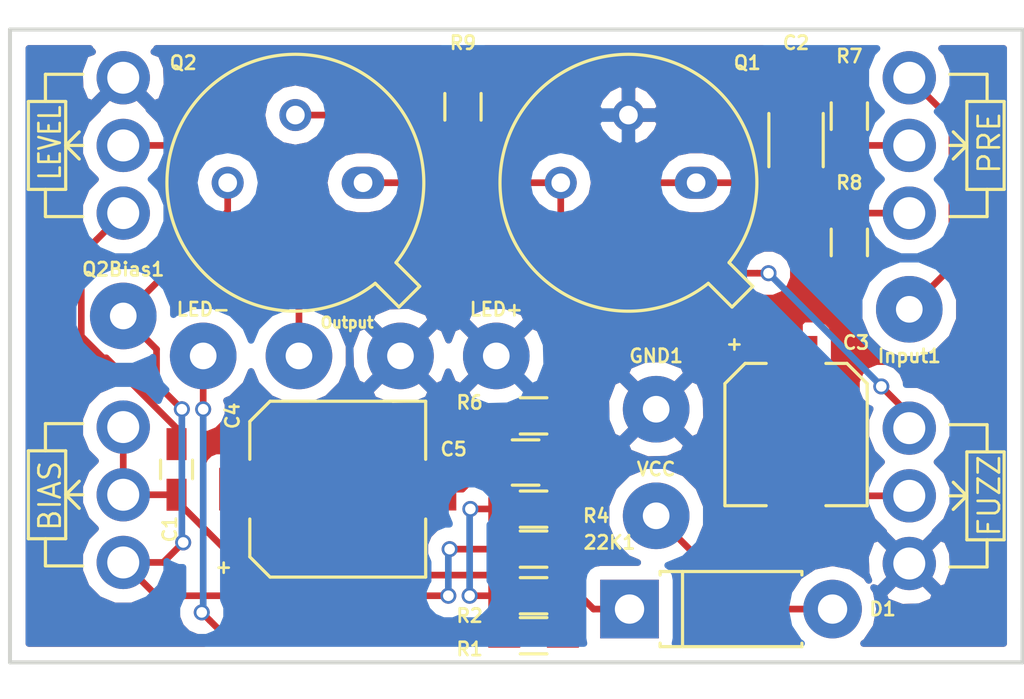
<source format=kicad_pcb>
(kicad_pcb (version 4) (host pcbnew 4.0.6)

  (general
    (links 37)
    (no_connects 0)
    (area 202.424999 82.174999 240.575001 106.075001)
    (thickness 1.6)
    (drawings 5)
    (tracks 103)
    (zones 0)
    (modules 27)
    (nets 18)
  )

  (page A4)
  (layers
    (0 F.Cu signal)
    (31 B.Cu signal)
    (32 B.Adhes user)
    (33 F.Adhes user)
    (34 B.Paste user)
    (35 F.Paste user)
    (36 B.SilkS user)
    (37 F.SilkS user)
    (38 B.Mask user)
    (39 F.Mask user)
    (40 Dwgs.User user)
    (41 Cmts.User user)
    (42 Eco1.User user)
    (43 Eco2.User user)
    (44 Edge.Cuts user)
    (45 Margin user)
    (46 B.CrtYd user)
    (47 F.CrtYd user)
    (48 B.Fab user)
    (49 F.Fab user)
  )

  (setup
    (last_trace_width 0.25)
    (trace_clearance 0.2)
    (zone_clearance 0.508)
    (zone_45_only no)
    (trace_min 0.2)
    (segment_width 0.2)
    (edge_width 0.15)
    (via_size 0.6)
    (via_drill 0.4)
    (via_min_size 0.4)
    (via_min_drill 0.3)
    (uvia_size 0.3)
    (uvia_drill 0.1)
    (uvias_allowed no)
    (uvia_min_size 0.2)
    (uvia_min_drill 0.1)
    (pcb_text_width 0.3)
    (pcb_text_size 1.5 1.5)
    (mod_edge_width 0.15)
    (mod_text_size 1 1)
    (mod_text_width 0.15)
    (pad_size 2.49936 2.49936)
    (pad_drill 1.00076)
    (pad_to_mask_clearance 0.2)
    (aux_axis_origin 0 0)
    (grid_origin 150 114.75)
    (visible_elements 7FFFFFFF)
    (pcbplotparams
      (layerselection 0x00030_80000001)
      (usegerberextensions false)
      (excludeedgelayer true)
      (linewidth 0.100000)
      (plotframeref false)
      (viasonmask false)
      (mode 1)
      (useauxorigin false)
      (hpglpennumber 1)
      (hpglpenspeed 20)
      (hpglpendiameter 15)
      (hpglpenoverlay 2)
      (psnegative false)
      (psa4output false)
      (plotreference true)
      (plotvalue true)
      (plotinvisibletext false)
      (padsonsilk false)
      (subtractmaskfromsilk false)
      (outputformat 1)
      (mirror false)
      (drillshape 1)
      (scaleselection 1)
      (outputdirectory ""))
  )

  (net 0 "")
  (net 1 "Net-(22K1-Pad1)")
  (net 2 "Net-(22K1-Pad2)")
  (net 3 "Net-(D1-Pad1)")
  (net 4 VCC)
  (net 5 GND)
  (net 6 "Net-(LED-1-Pad1)")
  (net 7 "Net-(C4-Pad2)")
  (net 8 "Net-(Q1-Pad3)")
  (net 9 "Net-(C2-Pad1)")
  (net 10 "Net-(100Ka1-Pad2)")
  (net 11 "Net-(100Ka1-Pad3)")
  (net 12 "Net-(FUZZ1-Pad1)")
  (net 13 "Net-(C2-Pad2)")
  (net 14 "Net-(100Ka1-Pad1)")
  (net 15 "Net-(C3-Pad2)")
  (net 16 "Net-(C1-Pad2)")
  (net 17 "Net-(LEVEL1-Pad2)")

  (net_class Default "This is the default net class."
    (clearance 0.2)
    (trace_width 0.25)
    (via_dia 0.6)
    (via_drill 0.4)
    (uvia_dia 0.3)
    (uvia_drill 0.1)
    (add_net GND)
    (add_net "Net-(100Ka1-Pad1)")
    (add_net "Net-(100Ka1-Pad2)")
    (add_net "Net-(100Ka1-Pad3)")
    (add_net "Net-(22K1-Pad1)")
    (add_net "Net-(22K1-Pad2)")
    (add_net "Net-(C1-Pad2)")
    (add_net "Net-(C2-Pad1)")
    (add_net "Net-(C2-Pad2)")
    (add_net "Net-(C3-Pad2)")
    (add_net "Net-(C4-Pad2)")
    (add_net "Net-(D1-Pad1)")
    (add_net "Net-(FUZZ1-Pad1)")
    (add_net "Net-(LED-1-Pad1)")
    (add_net "Net-(LEVEL1-Pad2)")
    (add_net "Net-(Q1-Pad3)")
    (add_net VCC)
  )

  (module Resistors_SMD:R_0603_HandSoldering (layer F.Cu) (tedit 5A914AEA) (tstamp 5A9062A4)
    (at 222.15 101.75 180)
    (descr "Resistor SMD 0603, hand soldering")
    (tags "resistor 0603")
    (path /5A8816D5)
    (attr smd)
    (fp_text reference 22K1 (at -2.85 0.25 180) (layer F.SilkS)
      (effects (font (size 0.5 0.5) (thickness 0.1)))
    )
    (fp_text value 22k (at 0 1.55 180) (layer F.Fab)
      (effects (font (size 1 1) (thickness 0.15)))
    )
    (fp_text user %R (at 0 0 180) (layer F.Fab)
      (effects (font (size 0.4 0.4) (thickness 0.075)))
    )
    (fp_line (start -0.8 0.4) (end -0.8 -0.4) (layer F.Fab) (width 0.1))
    (fp_line (start 0.8 0.4) (end -0.8 0.4) (layer F.Fab) (width 0.1))
    (fp_line (start 0.8 -0.4) (end 0.8 0.4) (layer F.Fab) (width 0.1))
    (fp_line (start -0.8 -0.4) (end 0.8 -0.4) (layer F.Fab) (width 0.1))
    (fp_line (start 0.5 0.68) (end -0.5 0.68) (layer F.SilkS) (width 0.12))
    (fp_line (start -0.5 -0.68) (end 0.5 -0.68) (layer F.SilkS) (width 0.12))
    (fp_line (start -1.96 -0.7) (end 1.95 -0.7) (layer F.CrtYd) (width 0.05))
    (fp_line (start -1.96 -0.7) (end -1.96 0.7) (layer F.CrtYd) (width 0.05))
    (fp_line (start 1.95 0.7) (end 1.95 -0.7) (layer F.CrtYd) (width 0.05))
    (fp_line (start 1.95 0.7) (end -1.96 0.7) (layer F.CrtYd) (width 0.05))
    (pad 1 smd rect (at -1.1 0 180) (size 1.2 0.9) (layers F.Cu F.Paste F.Mask)
      (net 1 "Net-(22K1-Pad1)"))
    (pad 2 smd rect (at 1.1 0 180) (size 1.2 0.9) (layers F.Cu F.Paste F.Mask)
      (net 2 "Net-(22K1-Pad2)"))
    (model ${KISYS3DMOD}/Resistors_SMD.3dshapes/R_0603.wrl
      (at (xyz 0 0 0))
      (scale (xyz 1 1 1))
      (rotate (xyz 0 0 0))
    )
  )

  (module Potentiometers:Potentiometer_WirePads_Small (layer F.Cu) (tedit 5A91480B) (tstamp 5A9062AB)
    (at 236.25 84.06)
    (descr "Potentiometer, Wire Pads only, small, RevA, 02 Aug 2010,")
    (tags "Potentiometer Wire Pads only small RevA 02 Aug 2010 ")
    (path /5A880720)
    (fp_text reference PRE (at 3 2.44 90) (layer F.SilkS)
      (effects (font (size 0.8 0.8) (thickness 0.1)))
    )
    (fp_text value PRE (at 1.35 7.15) (layer F.Fab)
      (effects (font (size 1 1) (thickness 0.15)))
    )
    (fp_line (start 2.92 4.19) (end 2.92 5.21) (layer F.SilkS) (width 0.12))
    (fp_line (start 2.92 5.21) (end 1.52 5.21) (layer F.SilkS) (width 0.12))
    (fp_line (start 2.92 0.89) (end 2.92 -0.13) (layer F.SilkS) (width 0.12))
    (fp_line (start 2.92 -0.13) (end 1.52 -0.13) (layer F.SilkS) (width 0.12))
    (fp_line (start 2.16 2.54) (end 1.52 2.54) (layer F.SilkS) (width 0.12))
    (fp_line (start 2.16 2.54) (end 1.65 3.05) (layer F.SilkS) (width 0.12))
    (fp_line (start 2.16 2.54) (end 1.65 2.03) (layer F.SilkS) (width 0.12))
    (fp_line (start 2.16 0.89) (end 3.56 0.89) (layer F.SilkS) (width 0.12))
    (fp_line (start 3.56 0.89) (end 3.56 4.19) (layer F.SilkS) (width 0.12))
    (fp_line (start 3.56 4.19) (end 2.16 4.19) (layer F.SilkS) (width 0.12))
    (fp_line (start 2.16 4.19) (end 2.16 0.89) (layer F.SilkS) (width 0.12))
    (fp_line (start -1.25 -1.25) (end 3.81 -1.25) (layer F.CrtYd) (width 0.05))
    (fp_line (start -1.25 -1.25) (end -1.25 6.33) (layer F.CrtYd) (width 0.05))
    (fp_line (start 3.81 6.33) (end 3.81 -1.25) (layer F.CrtYd) (width 0.05))
    (fp_line (start 3.81 6.33) (end -1.25 6.33) (layer F.CrtYd) (width 0.05))
    (pad 2 thru_hole circle (at 0 2.54) (size 2 2) (drill 1.2) (layers *.Cu *.Mask)
      (net 10 "Net-(100Ka1-Pad2)"))
    (pad 3 thru_hole circle (at 0 5.08) (size 2 2) (drill 1.2) (layers *.Cu *.Mask)
      (net 11 "Net-(100Ka1-Pad3)"))
    (pad 1 thru_hole circle (at 0 0) (size 2 2) (drill 1.2) (layers *.Cu *.Mask)
      (net 14 "Net-(100Ka1-Pad1)"))
  )

  (module Potentiometers:Potentiometer_WirePads_Small (layer F.Cu) (tedit 5A91478C) (tstamp 5A9062B2)
    (at 206.75 102.25 180)
    (descr "Potentiometer, Wire Pads only, small, RevA, 02 Aug 2010,")
    (tags "Potentiometer Wire Pads only small RevA 02 Aug 2010 ")
    (path /5A881672)
    (fp_text reference BIAS (at 2.75 2.5 270) (layer F.SilkS)
      (effects (font (size 0.8 0.8) (thickness 0.1)))
    )
    (fp_text value c100K (at 1.35 7.15 180) (layer F.Fab)
      (effects (font (size 1 1) (thickness 0.15)))
    )
    (fp_line (start 2.92 4.19) (end 2.92 5.21) (layer F.SilkS) (width 0.12))
    (fp_line (start 2.92 5.21) (end 1.52 5.21) (layer F.SilkS) (width 0.12))
    (fp_line (start 2.92 0.89) (end 2.92 -0.13) (layer F.SilkS) (width 0.12))
    (fp_line (start 2.92 -0.13) (end 1.52 -0.13) (layer F.SilkS) (width 0.12))
    (fp_line (start 2.16 2.54) (end 1.52 2.54) (layer F.SilkS) (width 0.12))
    (fp_line (start 2.16 2.54) (end 1.65 3.05) (layer F.SilkS) (width 0.12))
    (fp_line (start 2.16 2.54) (end 1.65 2.03) (layer F.SilkS) (width 0.12))
    (fp_line (start 2.16 0.89) (end 3.56 0.89) (layer F.SilkS) (width 0.12))
    (fp_line (start 3.56 0.89) (end 3.56 4.19) (layer F.SilkS) (width 0.12))
    (fp_line (start 3.56 4.19) (end 2.16 4.19) (layer F.SilkS) (width 0.12))
    (fp_line (start 2.16 4.19) (end 2.16 0.89) (layer F.SilkS) (width 0.12))
    (fp_line (start -1.25 -1.25) (end 3.81 -1.25) (layer F.CrtYd) (width 0.05))
    (fp_line (start -1.25 -1.25) (end -1.25 6.33) (layer F.CrtYd) (width 0.05))
    (fp_line (start 3.81 6.33) (end 3.81 -1.25) (layer F.CrtYd) (width 0.05))
    (fp_line (start 3.81 6.33) (end -1.25 6.33) (layer F.CrtYd) (width 0.05))
    (pad 2 thru_hole circle (at 0 2.54 180) (size 2 2) (drill 1.2) (layers *.Cu *.Mask)
      (net 1 "Net-(22K1-Pad1)"))
    (pad 3 thru_hole circle (at 0 5.08 180) (size 2 2) (drill 1.2) (layers *.Cu *.Mask)
      (net 1 "Net-(22K1-Pad1)"))
    (pad 1 thru_hole circle (at 0 0 180) (size 2 2) (drill 1.2) (layers *.Cu *.Mask)
      (net 2 "Net-(22K1-Pad2)"))
  )

  (module Capacitors_SMD:C_0603_HandSoldering (layer F.Cu) (tedit 5A914A93) (tstamp 5A9062B8)
    (at 208.75 98.76 90)
    (descr "Capacitor SMD 0603, hand soldering")
    (tags "capacitor 0603")
    (path /5A881AD2)
    (attr smd)
    (fp_text reference C1 (at -2.24 -0.25 90) (layer F.SilkS)
      (effects (font (size 0.5 0.5) (thickness 0.1)))
    )
    (fp_text value 0.01 (at 0 1.5 90) (layer F.Fab)
      (effects (font (size 1 1) (thickness 0.15)))
    )
    (fp_text user %R (at 0 -1.25 90) (layer F.Fab)
      (effects (font (size 1 1) (thickness 0.15)))
    )
    (fp_line (start -0.8 0.4) (end -0.8 -0.4) (layer F.Fab) (width 0.1))
    (fp_line (start 0.8 0.4) (end -0.8 0.4) (layer F.Fab) (width 0.1))
    (fp_line (start 0.8 -0.4) (end 0.8 0.4) (layer F.Fab) (width 0.1))
    (fp_line (start -0.8 -0.4) (end 0.8 -0.4) (layer F.Fab) (width 0.1))
    (fp_line (start -0.35 -0.6) (end 0.35 -0.6) (layer F.SilkS) (width 0.12))
    (fp_line (start 0.35 0.6) (end -0.35 0.6) (layer F.SilkS) (width 0.12))
    (fp_line (start -1.8 -0.65) (end 1.8 -0.65) (layer F.CrtYd) (width 0.05))
    (fp_line (start -1.8 -0.65) (end -1.8 0.65) (layer F.CrtYd) (width 0.05))
    (fp_line (start 1.8 0.65) (end 1.8 -0.65) (layer F.CrtYd) (width 0.05))
    (fp_line (start 1.8 0.65) (end -1.8 0.65) (layer F.CrtYd) (width 0.05))
    (pad 1 smd rect (at -0.95 0 90) (size 1.2 0.75) (layers F.Cu F.Paste F.Mask)
      (net 1 "Net-(22K1-Pad1)"))
    (pad 2 smd rect (at 0.95 0 90) (size 1.2 0.75) (layers F.Cu F.Paste F.Mask)
      (net 16 "Net-(C1-Pad2)"))
    (model Capacitors_SMD.3dshapes/C_0603.wrl
      (at (xyz 0 0 0))
      (scale (xyz 1 1 1))
      (rotate (xyz 0 0 0))
    )
  )

  (module Capacitors_SMD:CP_Elec_5x5.8 (layer F.Cu) (tedit 5A914901) (tstamp 5A9062C4)
    (at 232 97.45 270)
    (descr "SMT capacitor, aluminium electrolytic, 5x5.8")
    (path /5A880DF8)
    (attr smd)
    (fp_text reference C3 (at -3.45 -2.25 360) (layer F.SilkS)
      (effects (font (size 0.5 0.5) (thickness 0.1)))
    )
    (fp_text value 22u (at 0 -3.92 270) (layer F.Fab)
      (effects (font (size 1 1) (thickness 0.15)))
    )
    (fp_circle (center 0 0) (end 0.1 2.4) (layer F.Fab) (width 0.1))
    (fp_text user + (at -1.38 -0.06 270) (layer F.Fab)
      (effects (font (size 1 1) (thickness 0.15)))
    )
    (fp_text user + (at -3.38 2.35 270) (layer F.SilkS)
      (effects (font (size 0.5 0.5) (thickness 0.1)))
    )
    (fp_text user %R (at 0 3.92 270) (layer F.Fab)
      (effects (font (size 1 1) (thickness 0.15)))
    )
    (fp_line (start 2.51 2.51) (end 2.51 -2.51) (layer F.Fab) (width 0.1))
    (fp_line (start -1.84 2.51) (end 2.51 2.51) (layer F.Fab) (width 0.1))
    (fp_line (start -2.51 1.84) (end -1.84 2.51) (layer F.Fab) (width 0.1))
    (fp_line (start -2.51 -1.84) (end -2.51 1.84) (layer F.Fab) (width 0.1))
    (fp_line (start -1.84 -2.51) (end -2.51 -1.84) (layer F.Fab) (width 0.1))
    (fp_line (start 2.51 -2.51) (end -1.84 -2.51) (layer F.Fab) (width 0.1))
    (fp_line (start 2.67 2.67) (end 2.67 1.12) (layer F.SilkS) (width 0.12))
    (fp_line (start 2.67 -2.67) (end 2.67 -1.12) (layer F.SilkS) (width 0.12))
    (fp_line (start -2.67 1.91) (end -2.67 1.12) (layer F.SilkS) (width 0.12))
    (fp_line (start -2.67 -1.91) (end -2.67 -1.12) (layer F.SilkS) (width 0.12))
    (fp_line (start 2.67 -2.67) (end -1.91 -2.67) (layer F.SilkS) (width 0.12))
    (fp_line (start -1.91 -2.67) (end -2.67 -1.91) (layer F.SilkS) (width 0.12))
    (fp_line (start -2.67 1.91) (end -1.91 2.67) (layer F.SilkS) (width 0.12))
    (fp_line (start -1.91 2.67) (end 2.67 2.67) (layer F.SilkS) (width 0.12))
    (fp_line (start -3.95 -2.77) (end 3.95 -2.77) (layer F.CrtYd) (width 0.05))
    (fp_line (start -3.95 -2.77) (end -3.95 2.76) (layer F.CrtYd) (width 0.05))
    (fp_line (start 3.95 2.76) (end 3.95 -2.77) (layer F.CrtYd) (width 0.05))
    (fp_line (start 3.95 2.76) (end -3.95 2.76) (layer F.CrtYd) (width 0.05))
    (pad 1 smd rect (at -2.2 0 90) (size 3 1.6) (layers F.Cu F.Paste F.Mask)
      (net 5 GND))
    (pad 2 smd rect (at 2.2 0 90) (size 3 1.6) (layers F.Cu F.Paste F.Mask)
      (net 15 "Net-(C3-Pad2)"))
    (model Capacitors_SMD.3dshapes/CP_Elec_5x5.8.wrl
      (at (xyz 0 0 0))
      (scale (xyz 1 1 1))
      (rotate (xyz 0 0 180))
    )
  )

  (module Capacitors_SMD:CP_Elec_6.3x7.7 (layer F.Cu) (tedit 5A9149C6) (tstamp 5A9062CA)
    (at 214.8 99.5)
    (descr "SMT capacitor, aluminium electrolytic, 6.3x7.7")
    (path /5A882298)
    (attr smd)
    (fp_text reference C4 (at -3.95 -2.75 90) (layer F.SilkS)
      (effects (font (size 0.5 0.5) (thickness 0.1)))
    )
    (fp_text value 100u (at 0 -4.43) (layer F.Fab)
      (effects (font (size 1 1) (thickness 0.15)))
    )
    (fp_circle (center 0 0) (end 0.5 3) (layer F.Fab) (width 0.1))
    (fp_text user + (at -1.73 -0.08) (layer F.Fab)
      (effects (font (size 1 1) (thickness 0.15)))
    )
    (fp_text user + (at -4.28 2.91) (layer F.SilkS)
      (effects (font (size 0.5 0.5) (thickness 0.1)))
    )
    (fp_text user %R (at 0 4.43) (layer F.Fab)
      (effects (font (size 1 1) (thickness 0.15)))
    )
    (fp_line (start 3.15 3.15) (end 3.15 -3.15) (layer F.Fab) (width 0.1))
    (fp_line (start -2.48 3.15) (end 3.15 3.15) (layer F.Fab) (width 0.1))
    (fp_line (start -3.15 2.48) (end -2.48 3.15) (layer F.Fab) (width 0.1))
    (fp_line (start -3.15 -2.48) (end -3.15 2.48) (layer F.Fab) (width 0.1))
    (fp_line (start -2.48 -3.15) (end -3.15 -2.48) (layer F.Fab) (width 0.1))
    (fp_line (start 3.15 -3.15) (end -2.48 -3.15) (layer F.Fab) (width 0.1))
    (fp_line (start -3.3 2.54) (end -3.3 1.12) (layer F.SilkS) (width 0.12))
    (fp_line (start 3.3 3.3) (end 3.3 1.12) (layer F.SilkS) (width 0.12))
    (fp_line (start 3.3 -3.3) (end 3.3 -1.12) (layer F.SilkS) (width 0.12))
    (fp_line (start -3.3 -2.54) (end -3.3 -1.12) (layer F.SilkS) (width 0.12))
    (fp_line (start 3.3 3.3) (end -2.54 3.3) (layer F.SilkS) (width 0.12))
    (fp_line (start -2.54 3.3) (end -3.3 2.54) (layer F.SilkS) (width 0.12))
    (fp_line (start -3.3 -2.54) (end -2.54 -3.3) (layer F.SilkS) (width 0.12))
    (fp_line (start -2.54 -3.3) (end 3.3 -3.3) (layer F.SilkS) (width 0.12))
    (fp_line (start -4.7 -3.4) (end 4.7 -3.4) (layer F.CrtYd) (width 0.05))
    (fp_line (start -4.7 -3.4) (end -4.7 3.4) (layer F.CrtYd) (width 0.05))
    (fp_line (start 4.7 3.4) (end 4.7 -3.4) (layer F.CrtYd) (width 0.05))
    (fp_line (start 4.7 3.4) (end -4.7 3.4) (layer F.CrtYd) (width 0.05))
    (pad 1 smd rect (at -2.7 0 180) (size 3.5 1.6) (layers F.Cu F.Paste F.Mask)
      (net 5 GND))
    (pad 2 smd rect (at 2.7 0 180) (size 3.5 1.6) (layers F.Cu F.Paste F.Mask)
      (net 7 "Net-(C4-Pad2)"))
    (model Capacitors_SMD.3dshapes/CP_Elec_6.3x7.7.wrl
      (at (xyz 0 0 0))
      (scale (xyz 1 1 1))
      (rotate (xyz 0 0 180))
    )
  )

  (module Potentiometers:Potentiometer_WirePads_Small (layer F.Cu) (tedit 5A9147D0) (tstamp 5A9062DD)
    (at 236.25 97.21)
    (descr "Potentiometer, Wire Pads only, small, RevA, 02 Aug 2010,")
    (tags "Potentiometer Wire Pads only small RevA 02 Aug 2010 ")
    (path /5A880D07)
    (fp_text reference FUZZ (at 3 2.54 90) (layer F.SilkS)
      (effects (font (size 0.8 0.8) (thickness 0.1)))
    )
    (fp_text value C1k (at 1.35 7.15) (layer F.Fab)
      (effects (font (size 1 1) (thickness 0.15)))
    )
    (fp_line (start 2.92 4.19) (end 2.92 5.21) (layer F.SilkS) (width 0.12))
    (fp_line (start 2.92 5.21) (end 1.52 5.21) (layer F.SilkS) (width 0.12))
    (fp_line (start 2.92 0.89) (end 2.92 -0.13) (layer F.SilkS) (width 0.12))
    (fp_line (start 2.92 -0.13) (end 1.52 -0.13) (layer F.SilkS) (width 0.12))
    (fp_line (start 2.16 2.54) (end 1.52 2.54) (layer F.SilkS) (width 0.12))
    (fp_line (start 2.16 2.54) (end 1.65 3.05) (layer F.SilkS) (width 0.12))
    (fp_line (start 2.16 2.54) (end 1.65 2.03) (layer F.SilkS) (width 0.12))
    (fp_line (start 2.16 0.89) (end 3.56 0.89) (layer F.SilkS) (width 0.12))
    (fp_line (start 3.56 0.89) (end 3.56 4.19) (layer F.SilkS) (width 0.12))
    (fp_line (start 3.56 4.19) (end 2.16 4.19) (layer F.SilkS) (width 0.12))
    (fp_line (start 2.16 4.19) (end 2.16 0.89) (layer F.SilkS) (width 0.12))
    (fp_line (start -1.25 -1.25) (end 3.81 -1.25) (layer F.CrtYd) (width 0.05))
    (fp_line (start -1.25 -1.25) (end -1.25 6.33) (layer F.CrtYd) (width 0.05))
    (fp_line (start 3.81 6.33) (end 3.81 -1.25) (layer F.CrtYd) (width 0.05))
    (fp_line (start 3.81 6.33) (end -1.25 6.33) (layer F.CrtYd) (width 0.05))
    (pad 2 thru_hole circle (at 0 2.54) (size 2 2) (drill 1.2) (layers *.Cu *.Mask)
      (net 15 "Net-(C3-Pad2)"))
    (pad 3 thru_hole circle (at 0 5.08) (size 2 2) (drill 1.2) (layers *.Cu *.Mask)
      (net 5 GND))
    (pad 1 thru_hole circle (at 0 0) (size 2 2) (drill 1.2) (layers *.Cu *.Mask)
      (net 12 "Net-(FUZZ1-Pad1)"))
  )

  (module Wire_Pads:SolderWirePad_single_1mmDrill (layer F.Cu) (tedit 5A914919) (tstamp 5A9062E2)
    (at 226.75 96.5)
    (path /5A89569B)
    (fp_text reference GND1 (at 0 -2) (layer F.SilkS)
      (effects (font (size 0.5 0.5) (thickness 0.1)))
    )
    (fp_text value GND (at -1.905 3.175) (layer F.Fab)
      (effects (font (size 1 1) (thickness 0.15)))
    )
    (pad 1 thru_hole circle (at 0 0) (size 2.49936 2.49936) (drill 1.00076) (layers *.Cu *.Mask)
      (net 5 GND))
  )

  (module Wire_Pads:SolderWirePad_single_1mmDrill (layer F.Cu) (tedit 5A9183F4) (tstamp 5A9062E7)
    (at 236.25 92.75)
    (path /5A908B76)
    (fp_text reference Input1 (at 0 1.75) (layer F.SilkS)
      (effects (font (size 0.5 0.5) (thickness 0.1)))
    )
    (fp_text value I (at -1.905 3.175) (layer F.Fab)
      (effects (font (size 1 1) (thickness 0.15)))
    )
    (pad 1 thru_hole circle (at 0 0) (size 2.49936 2.49936) (drill 1.00076) (layers *.Cu *.Mask)
      (net 14 "Net-(100Ka1-Pad1)"))
  )

  (module Wire_Pads:SolderWirePad_single_1mmDrill (layer F.Cu) (tedit 5A914A2F) (tstamp 5A9062EC)
    (at 220.75 94.5)
    (path /5A89561E)
    (fp_text reference LED+ (at 0 -1.75) (layer F.SilkS)
      (effects (font (size 0.5 0.5) (thickness 0.1)))
    )
    (fp_text value LED+ (at -1.905 3.175) (layer F.Fab)
      (effects (font (size 1 1) (thickness 0.15)))
    )
    (pad 1 thru_hole circle (at 0 0) (size 2.49936 2.49936) (drill 1.00076) (layers *.Cu *.Mask)
      (net 5 GND))
  )

  (module Wire_Pads:SolderWirePad_single_1mmDrill (layer F.Cu) (tedit 5A914A4A) (tstamp 5A9062F1)
    (at 209.75 94.5)
    (path /5A894578)
    (fp_text reference LED- (at 0 -1.75) (layer F.SilkS)
      (effects (font (size 0.5 0.5) (thickness 0.1)))
    )
    (fp_text value LED- (at -1.905 3.175) (layer F.Fab)
      (effects (font (size 1 1) (thickness 0.15)))
    )
    (pad 1 thru_hole circle (at 0 0) (size 2.49936 2.49936) (drill 1.00076) (layers *.Cu *.Mask)
      (net 6 "Net-(LED-1-Pad1)"))
  )

  (module Potentiometers:Potentiometer_WirePads_Small (layer F.Cu) (tedit 5A91479D) (tstamp 5A9062F8)
    (at 206.75 89.14 180)
    (descr "Potentiometer, Wire Pads only, small, RevA, 02 Aug 2010,")
    (tags "Potentiometer Wire Pads only small RevA 02 Aug 2010 ")
    (path /5A881B8F)
    (fp_text reference LEVEL (at 2.75 2.64 270) (layer F.SilkS)
      (effects (font (size 0.8 0.65) (thickness 0.1)))
    )
    (fp_text value 500ka (at 1.35 7.15 180) (layer F.Fab)
      (effects (font (size 1 1) (thickness 0.15)))
    )
    (fp_line (start 2.92 4.19) (end 2.92 5.21) (layer F.SilkS) (width 0.12))
    (fp_line (start 2.92 5.21) (end 1.52 5.21) (layer F.SilkS) (width 0.12))
    (fp_line (start 2.92 0.89) (end 2.92 -0.13) (layer F.SilkS) (width 0.12))
    (fp_line (start 2.92 -0.13) (end 1.52 -0.13) (layer F.SilkS) (width 0.12))
    (fp_line (start 2.16 2.54) (end 1.52 2.54) (layer F.SilkS) (width 0.12))
    (fp_line (start 2.16 2.54) (end 1.65 3.05) (layer F.SilkS) (width 0.12))
    (fp_line (start 2.16 2.54) (end 1.65 2.03) (layer F.SilkS) (width 0.12))
    (fp_line (start 2.16 0.89) (end 3.56 0.89) (layer F.SilkS) (width 0.12))
    (fp_line (start 3.56 0.89) (end 3.56 4.19) (layer F.SilkS) (width 0.12))
    (fp_line (start 3.56 4.19) (end 2.16 4.19) (layer F.SilkS) (width 0.12))
    (fp_line (start 2.16 4.19) (end 2.16 0.89) (layer F.SilkS) (width 0.12))
    (fp_line (start -1.25 -1.25) (end 3.81 -1.25) (layer F.CrtYd) (width 0.05))
    (fp_line (start -1.25 -1.25) (end -1.25 6.33) (layer F.CrtYd) (width 0.05))
    (fp_line (start 3.81 6.33) (end 3.81 -1.25) (layer F.CrtYd) (width 0.05))
    (fp_line (start 3.81 6.33) (end -1.25 6.33) (layer F.CrtYd) (width 0.05))
    (pad 2 thru_hole circle (at 0 2.54 180) (size 2 2) (drill 1.2) (layers *.Cu *.Mask)
      (net 17 "Net-(LEVEL1-Pad2)"))
    (pad 3 thru_hole circle (at 0 5.08 180) (size 2 2) (drill 1.2) (layers *.Cu *.Mask)
      (net 5 GND))
    (pad 1 thru_hole circle (at 0 0 180) (size 2 2) (drill 1.2) (layers *.Cu *.Mask)
      (net 16 "Net-(C1-Pad2)"))
  )

  (module Wire_Pads:SolderWirePad_2x_1mmDrill (layer F.Cu) (tedit 5A91851E) (tstamp 5A9062FE)
    (at 215.25 94.5 180)
    (path /5A909ACF)
    (fp_text reference Output (at 0.1 1.25 180) (layer F.SilkS)
      (effects (font (size 0.4 0.4) (thickness 0.1)))
    )
    (fp_text value O (at 0.635 3.81 180) (layer F.Fab)
      (effects (font (size 1 1) (thickness 0.15)))
    )
    (pad 2 thru_hole circle (at -1.905 0 180) (size 2.49936 2.49936) (drill 1.00076) (layers *.Cu *.Mask)
      (net 5 GND))
    (pad 1 thru_hole circle (at 1.905 0 180) (size 2.49936 2.49936) (drill 1.00076) (layers *.Cu *.Mask)
      (net 17 "Net-(LEVEL1-Pad2)"))
  )

  (module TO_SOT_Packages_THT:TO-5-3 (layer F.Cu) (tedit 5A91495A) (tstamp 5A906305)
    (at 228.25 88 180)
    (descr TO-5-3)
    (tags TO-5-3)
    (path /5A880B3E)
    (fp_text reference Q1 (at -1.92 4.5 180) (layer F.SilkS)
      (effects (font (size 0.5 0.5) (thickness 0.1)))
    )
    (fp_text value EFT83C (at 2.54 5.82 180) (layer F.Fab)
      (effects (font (size 1 1) (thickness 0.15)))
    )
    (fp_text user %R (at 2.54 -5.82 180) (layer F.Fab)
      (effects (font (size 1 1) (thickness 0.15)))
    )
    (fp_line (start -0.465408 -3.61352) (end -1.27151 -4.419621) (layer F.Fab) (width 0.1))
    (fp_line (start -1.27151 -4.419621) (end -1.879621 -3.81151) (layer F.Fab) (width 0.1))
    (fp_line (start -1.879621 -3.81151) (end -1.07352 -3.005408) (layer F.Fab) (width 0.1))
    (fp_line (start -0.457084 -3.774902) (end -1.348039 -4.665856) (layer F.SilkS) (width 0.12))
    (fp_line (start -1.348039 -4.665856) (end -2.125856 -3.888039) (layer F.SilkS) (width 0.12))
    (fp_line (start -2.125856 -3.888039) (end -1.234902 -2.997084) (layer F.SilkS) (width 0.12))
    (fp_line (start -2.41 -4.95) (end -2.41 4.95) (layer F.CrtYd) (width 0.05))
    (fp_line (start -2.41 4.95) (end 7.49 4.95) (layer F.CrtYd) (width 0.05))
    (fp_line (start 7.49 4.95) (end 7.49 -4.95) (layer F.CrtYd) (width 0.05))
    (fp_line (start 7.49 -4.95) (end -2.41 -4.95) (layer F.CrtYd) (width 0.05))
    (fp_circle (center 2.54 0) (end 6.79 0) (layer F.Fab) (width 0.1))
    (fp_arc (start 2.54 0) (end -0.465408 -3.61352) (angle 349.5) (layer F.Fab) (width 0.1))
    (fp_arc (start 2.54 0) (end -0.457084 -3.774902) (angle 346.9) (layer F.SilkS) (width 0.12))
    (pad 1 thru_hole oval (at 0 0 180) (size 1.6 1.2) (drill 0.7) (layers *.Cu *.Mask)
      (net 13 "Net-(C2-Pad2)"))
    (pad 2 thru_hole oval (at 2.54 2.54 180) (size 1.2 1.2) (drill 0.7) (layers *.Cu *.Mask)
      (net 5 GND))
    (pad 3 thru_hole oval (at 5.08 0 180) (size 1.2 1.2) (drill 0.7) (layers *.Cu *.Mask)
      (net 8 "Net-(Q1-Pad3)"))
    (model ${KISYS3DMOD}/TO_SOT_Packages_THT.3dshapes/TO-5-3.wrl
      (at (xyz 0 0 0))
      (scale (xyz 0.393701 0.393701 0.393701))
      (rotate (xyz 0 0 0))
    )
  )

  (module TO_SOT_Packages_THT:TO-5-3 (layer F.Cu) (tedit 5A914A77) (tstamp 5A90630C)
    (at 215.75 88 180)
    (descr TO-5-3)
    (tags TO-5-3)
    (path /5A880EDD)
    (fp_text reference Q2 (at 6.75 4.5 180) (layer F.SilkS)
      (effects (font (size 0.5 0.5) (thickness 0.1)))
    )
    (fp_text value AC122 (at 2.54 5.82 180) (layer F.Fab)
      (effects (font (size 1 1) (thickness 0.15)))
    )
    (fp_text user %R (at 2.54 -5.82 180) (layer F.Fab)
      (effects (font (size 1 1) (thickness 0.15)))
    )
    (fp_line (start -0.465408 -3.61352) (end -1.27151 -4.419621) (layer F.Fab) (width 0.1))
    (fp_line (start -1.27151 -4.419621) (end -1.879621 -3.81151) (layer F.Fab) (width 0.1))
    (fp_line (start -1.879621 -3.81151) (end -1.07352 -3.005408) (layer F.Fab) (width 0.1))
    (fp_line (start -0.457084 -3.774902) (end -1.348039 -4.665856) (layer F.SilkS) (width 0.12))
    (fp_line (start -1.348039 -4.665856) (end -2.125856 -3.888039) (layer F.SilkS) (width 0.12))
    (fp_line (start -2.125856 -3.888039) (end -1.234902 -2.997084) (layer F.SilkS) (width 0.12))
    (fp_line (start -2.41 -4.95) (end -2.41 4.95) (layer F.CrtYd) (width 0.05))
    (fp_line (start -2.41 4.95) (end 7.49 4.95) (layer F.CrtYd) (width 0.05))
    (fp_line (start 7.49 4.95) (end 7.49 -4.95) (layer F.CrtYd) (width 0.05))
    (fp_line (start 7.49 -4.95) (end -2.41 -4.95) (layer F.CrtYd) (width 0.05))
    (fp_circle (center 2.54 0) (end 6.79 0) (layer F.Fab) (width 0.1))
    (fp_arc (start 2.54 0) (end -0.465408 -3.61352) (angle 349.5) (layer F.Fab) (width 0.1))
    (fp_arc (start 2.54 0) (end -0.457084 -3.774902) (angle 346.9) (layer F.SilkS) (width 0.12))
    (pad 1 thru_hole oval (at 0 0 180) (size 1.6 1.2) (drill 0.7) (layers *.Cu *.Mask)
      (net 8 "Net-(Q1-Pad3)"))
    (pad 2 thru_hole oval (at 2.54 2.54 180) (size 1.2 1.2) (drill 0.7) (layers *.Cu *.Mask)
      (net 12 "Net-(FUZZ1-Pad1)"))
    (pad 3 thru_hole oval (at 5.08 0 180) (size 1.2 1.2) (drill 0.7) (layers *.Cu *.Mask)
      (net 2 "Net-(22K1-Pad2)"))
    (model ${KISYS3DMOD}/TO_SOT_Packages_THT.3dshapes/TO-5-3.wrl
      (at (xyz 0 0 0))
      (scale (xyz 0.393701 0.393701 0.393701))
      (rotate (xyz 0 0 0))
    )
  )

  (module Wire_Pads:SolderWirePad_single_1mmDrill (layer F.Cu) (tedit 5A914A5B) (tstamp 5A906311)
    (at 206.75 93)
    (path /5A901C60)
    (fp_text reference Q2Bias1 (at 0 -1.75) (layer F.SilkS)
      (effects (font (size 0.5 0.5) (thickness 0.1)))
    )
    (fp_text value Q2Bias (at -1.905 3.175) (layer F.Fab)
      (effects (font (size 1 1) (thickness 0.15)))
    )
    (pad 1 thru_hole circle (at 0 0) (size 2.49936 2.49936) (drill 1.00076) (layers *.Cu *.Mask)
      (net 2 "Net-(22K1-Pad2)"))
  )

  (module Resistors_SMD:R_0603_HandSoldering (layer F.Cu) (tedit 5A914B18) (tstamp 5A906317)
    (at 222.15 105)
    (descr "Resistor SMD 0603, hand soldering")
    (tags "resistor 0603")
    (path /5A882683)
    (attr smd)
    (fp_text reference R1 (at -2.4 0.5) (layer F.SilkS)
      (effects (font (size 0.5 0.5) (thickness 0.1)))
    )
    (fp_text value 4.7 (at 0 1.55) (layer F.Fab)
      (effects (font (size 1 1) (thickness 0.15)))
    )
    (fp_text user %R (at 0 0) (layer F.Fab)
      (effects (font (size 0.4 0.4) (thickness 0.075)))
    )
    (fp_line (start -0.8 0.4) (end -0.8 -0.4) (layer F.Fab) (width 0.1))
    (fp_line (start 0.8 0.4) (end -0.8 0.4) (layer F.Fab) (width 0.1))
    (fp_line (start 0.8 -0.4) (end 0.8 0.4) (layer F.Fab) (width 0.1))
    (fp_line (start -0.8 -0.4) (end 0.8 -0.4) (layer F.Fab) (width 0.1))
    (fp_line (start 0.5 0.68) (end -0.5 0.68) (layer F.SilkS) (width 0.12))
    (fp_line (start -0.5 -0.68) (end 0.5 -0.68) (layer F.SilkS) (width 0.12))
    (fp_line (start -1.96 -0.7) (end 1.95 -0.7) (layer F.CrtYd) (width 0.05))
    (fp_line (start -1.96 -0.7) (end -1.96 0.7) (layer F.CrtYd) (width 0.05))
    (fp_line (start 1.95 0.7) (end 1.95 -0.7) (layer F.CrtYd) (width 0.05))
    (fp_line (start 1.95 0.7) (end -1.96 0.7) (layer F.CrtYd) (width 0.05))
    (pad 1 smd rect (at -1.1 0) (size 1.2 0.9) (layers F.Cu F.Paste F.Mask)
      (net 6 "Net-(LED-1-Pad1)"))
    (pad 2 smd rect (at 1.1 0) (size 1.2 0.9) (layers F.Cu F.Paste F.Mask)
      (net 3 "Net-(D1-Pad1)"))
    (model ${KISYS3DMOD}/Resistors_SMD.3dshapes/R_0603.wrl
      (at (xyz 0 0 0))
      (scale (xyz 1 1 1))
      (rotate (xyz 0 0 0))
    )
  )

  (module Resistors_SMD:R_0603_HandSoldering (layer F.Cu) (tedit 5A914B03) (tstamp 5A90631D)
    (at 222.15 103.5)
    (descr "Resistor SMD 0603, hand soldering")
    (tags "resistor 0603")
    (path /5A882500)
    (attr smd)
    (fp_text reference R2 (at -2.4 0.75) (layer F.SilkS)
      (effects (font (size 0.5 0.5) (thickness 0.1)))
    )
    (fp_text value 100 (at 0 1.55) (layer F.Fab)
      (effects (font (size 1 1) (thickness 0.15)))
    )
    (fp_text user %R (at 0 0) (layer F.Fab)
      (effects (font (size 0.4 0.4) (thickness 0.075)))
    )
    (fp_line (start -0.8 0.4) (end -0.8 -0.4) (layer F.Fab) (width 0.1))
    (fp_line (start 0.8 0.4) (end -0.8 0.4) (layer F.Fab) (width 0.1))
    (fp_line (start 0.8 -0.4) (end 0.8 0.4) (layer F.Fab) (width 0.1))
    (fp_line (start -0.8 -0.4) (end 0.8 -0.4) (layer F.Fab) (width 0.1))
    (fp_line (start 0.5 0.68) (end -0.5 0.68) (layer F.SilkS) (width 0.12))
    (fp_line (start -0.5 -0.68) (end 0.5 -0.68) (layer F.SilkS) (width 0.12))
    (fp_line (start -1.96 -0.7) (end 1.95 -0.7) (layer F.CrtYd) (width 0.05))
    (fp_line (start -1.96 -0.7) (end -1.96 0.7) (layer F.CrtYd) (width 0.05))
    (fp_line (start 1.95 0.7) (end 1.95 -0.7) (layer F.CrtYd) (width 0.05))
    (fp_line (start 1.95 0.7) (end -1.96 0.7) (layer F.CrtYd) (width 0.05))
    (pad 1 smd rect (at -1.1 0) (size 1.2 0.9) (layers F.Cu F.Paste F.Mask)
      (net 7 "Net-(C4-Pad2)"))
    (pad 2 smd rect (at 1.1 0) (size 1.2 0.9) (layers F.Cu F.Paste F.Mask)
      (net 3 "Net-(D1-Pad1)"))
    (model ${KISYS3DMOD}/Resistors_SMD.3dshapes/R_0603.wrl
      (at (xyz 0 0 0))
      (scale (xyz 1 1 1))
      (rotate (xyz 0 0 0))
    )
  )

  (module Resistors_SMD:R_0603_HandSoldering (layer F.Cu) (tedit 5A914AD5) (tstamp 5A906323)
    (at 222.15 100.25 180)
    (descr "Resistor SMD 0603, hand soldering")
    (tags "resistor 0603")
    (path /5A8818BD)
    (attr smd)
    (fp_text reference R4 (at -2.35 -0.25 180) (layer F.SilkS)
      (effects (font (size 0.5 0.5) (thickness 0.1)))
    )
    (fp_text value 1.5 (at 0 1.55 180) (layer F.Fab)
      (effects (font (size 1 1) (thickness 0.15)))
    )
    (fp_text user %R (at 0 0 180) (layer F.Fab)
      (effects (font (size 0.4 0.4) (thickness 0.075)))
    )
    (fp_line (start -0.8 0.4) (end -0.8 -0.4) (layer F.Fab) (width 0.1))
    (fp_line (start 0.8 0.4) (end -0.8 0.4) (layer F.Fab) (width 0.1))
    (fp_line (start 0.8 -0.4) (end 0.8 0.4) (layer F.Fab) (width 0.1))
    (fp_line (start -0.8 -0.4) (end 0.8 -0.4) (layer F.Fab) (width 0.1))
    (fp_line (start 0.5 0.68) (end -0.5 0.68) (layer F.SilkS) (width 0.12))
    (fp_line (start -0.5 -0.68) (end 0.5 -0.68) (layer F.SilkS) (width 0.12))
    (fp_line (start -1.96 -0.7) (end 1.95 -0.7) (layer F.CrtYd) (width 0.05))
    (fp_line (start -1.96 -0.7) (end -1.96 0.7) (layer F.CrtYd) (width 0.05))
    (fp_line (start 1.95 0.7) (end 1.95 -0.7) (layer F.CrtYd) (width 0.05))
    (fp_line (start 1.95 0.7) (end -1.96 0.7) (layer F.CrtYd) (width 0.05))
    (pad 1 smd rect (at -1.1 0 180) (size 1.2 0.9) (layers F.Cu F.Paste F.Mask)
      (net 1 "Net-(22K1-Pad1)"))
    (pad 2 smd rect (at 1.1 0 180) (size 1.2 0.9) (layers F.Cu F.Paste F.Mask)
      (net 7 "Net-(C4-Pad2)"))
    (model ${KISYS3DMOD}/Resistors_SMD.3dshapes/R_0603.wrl
      (at (xyz 0 0 0))
      (scale (xyz 1 1 1))
      (rotate (xyz 0 0 0))
    )
  )

  (module Resistors_SMD:R_0603_HandSoldering (layer F.Cu) (tedit 5A914AA9) (tstamp 5A906329)
    (at 222.15 96.75)
    (descr "Resistor SMD 0603, hand soldering")
    (tags "resistor 0603")
    (path /5A881882)
    (attr smd)
    (fp_text reference R6 (at -2.4 -0.5) (layer F.SilkS)
      (effects (font (size 0.5 0.5) (thickness 0.1)))
    )
    (fp_text value 33K (at 0 1.55) (layer F.Fab)
      (effects (font (size 1 1) (thickness 0.15)))
    )
    (fp_text user %R (at 0 0) (layer F.Fab)
      (effects (font (size 0.4 0.4) (thickness 0.075)))
    )
    (fp_line (start -0.8 0.4) (end -0.8 -0.4) (layer F.Fab) (width 0.1))
    (fp_line (start 0.8 0.4) (end -0.8 0.4) (layer F.Fab) (width 0.1))
    (fp_line (start 0.8 -0.4) (end 0.8 0.4) (layer F.Fab) (width 0.1))
    (fp_line (start -0.8 -0.4) (end 0.8 -0.4) (layer F.Fab) (width 0.1))
    (fp_line (start 0.5 0.68) (end -0.5 0.68) (layer F.SilkS) (width 0.12))
    (fp_line (start -0.5 -0.68) (end 0.5 -0.68) (layer F.SilkS) (width 0.12))
    (fp_line (start -1.96 -0.7) (end 1.95 -0.7) (layer F.CrtYd) (width 0.05))
    (fp_line (start -1.96 -0.7) (end -1.96 0.7) (layer F.CrtYd) (width 0.05))
    (fp_line (start 1.95 0.7) (end 1.95 -0.7) (layer F.CrtYd) (width 0.05))
    (fp_line (start 1.95 0.7) (end -1.96 0.7) (layer F.CrtYd) (width 0.05))
    (pad 1 smd rect (at -1.1 0) (size 1.2 0.9) (layers F.Cu F.Paste F.Mask)
      (net 7 "Net-(C4-Pad2)"))
    (pad 2 smd rect (at 1.1 0) (size 1.2 0.9) (layers F.Cu F.Paste F.Mask)
      (net 8 "Net-(Q1-Pad3)"))
    (model ${KISYS3DMOD}/Resistors_SMD.3dshapes/R_0603.wrl
      (at (xyz 0 0 0))
      (scale (xyz 1 1 1))
      (rotate (xyz 0 0 0))
    )
  )

  (module Resistors_SMD:R_0603_HandSoldering (layer F.Cu) (tedit 5A91482C) (tstamp 5A90632F)
    (at 234 85.5 270)
    (descr "Resistor SMD 0603, hand soldering")
    (tags "resistor 0603")
    (path /5A8808EC)
    (attr smd)
    (fp_text reference R7 (at -2.25 0 360) (layer F.SilkS)
      (effects (font (size 0.5 0.5) (thickness 0.1)))
    )
    (fp_text value 10K (at 0 1.55 270) (layer F.Fab)
      (effects (font (size 1 1) (thickness 0.15)))
    )
    (fp_text user %R (at 0 0 270) (layer F.Fab)
      (effects (font (size 0.4 0.4) (thickness 0.075)))
    )
    (fp_line (start -0.8 0.4) (end -0.8 -0.4) (layer F.Fab) (width 0.1))
    (fp_line (start 0.8 0.4) (end -0.8 0.4) (layer F.Fab) (width 0.1))
    (fp_line (start 0.8 -0.4) (end 0.8 0.4) (layer F.Fab) (width 0.1))
    (fp_line (start -0.8 -0.4) (end 0.8 -0.4) (layer F.Fab) (width 0.1))
    (fp_line (start 0.5 0.68) (end -0.5 0.68) (layer F.SilkS) (width 0.12))
    (fp_line (start -0.5 -0.68) (end 0.5 -0.68) (layer F.SilkS) (width 0.12))
    (fp_line (start -1.96 -0.7) (end 1.95 -0.7) (layer F.CrtYd) (width 0.05))
    (fp_line (start -1.96 -0.7) (end -1.96 0.7) (layer F.CrtYd) (width 0.05))
    (fp_line (start 1.95 0.7) (end 1.95 -0.7) (layer F.CrtYd) (width 0.05))
    (fp_line (start 1.95 0.7) (end -1.96 0.7) (layer F.CrtYd) (width 0.05))
    (pad 1 smd rect (at -1.1 0 270) (size 1.2 0.9) (layers F.Cu F.Paste F.Mask)
      (net 9 "Net-(C2-Pad1)"))
    (pad 2 smd rect (at 1.1 0 270) (size 1.2 0.9) (layers F.Cu F.Paste F.Mask)
      (net 10 "Net-(100Ka1-Pad2)"))
    (model ${KISYS3DMOD}/Resistors_SMD.3dshapes/R_0603.wrl
      (at (xyz 0 0 0))
      (scale (xyz 1 1 1))
      (rotate (xyz 0 0 0))
    )
  )

  (module Resistors_SMD:R_0603_HandSoldering (layer F.Cu) (tedit 5A91483C) (tstamp 5A906335)
    (at 234 90.24 270)
    (descr "Resistor SMD 0603, hand soldering")
    (tags "resistor 0603")
    (path /5A880832)
    (attr smd)
    (fp_text reference R8 (at -2.24 0 360) (layer F.SilkS)
      (effects (font (size 0.5 0.5) (thickness 0.1)))
    )
    (fp_text value 1K (at 0 1.55 270) (layer F.Fab)
      (effects (font (size 1 1) (thickness 0.15)))
    )
    (fp_text user %R (at 0 0 270) (layer F.Fab)
      (effects (font (size 0.4 0.4) (thickness 0.075)))
    )
    (fp_line (start -0.8 0.4) (end -0.8 -0.4) (layer F.Fab) (width 0.1))
    (fp_line (start 0.8 0.4) (end -0.8 0.4) (layer F.Fab) (width 0.1))
    (fp_line (start 0.8 -0.4) (end 0.8 0.4) (layer F.Fab) (width 0.1))
    (fp_line (start -0.8 -0.4) (end 0.8 -0.4) (layer F.Fab) (width 0.1))
    (fp_line (start 0.5 0.68) (end -0.5 0.68) (layer F.SilkS) (width 0.12))
    (fp_line (start -0.5 -0.68) (end 0.5 -0.68) (layer F.SilkS) (width 0.12))
    (fp_line (start -1.96 -0.7) (end 1.95 -0.7) (layer F.CrtYd) (width 0.05))
    (fp_line (start -1.96 -0.7) (end -1.96 0.7) (layer F.CrtYd) (width 0.05))
    (fp_line (start 1.95 0.7) (end 1.95 -0.7) (layer F.CrtYd) (width 0.05))
    (fp_line (start 1.95 0.7) (end -1.96 0.7) (layer F.CrtYd) (width 0.05))
    (pad 1 smd rect (at -1.1 0 270) (size 1.2 0.9) (layers F.Cu F.Paste F.Mask)
      (net 11 "Net-(100Ka1-Pad3)"))
    (pad 2 smd rect (at 1.1 0 270) (size 1.2 0.9) (layers F.Cu F.Paste F.Mask)
      (net 5 GND))
    (model ${KISYS3DMOD}/Resistors_SMD.3dshapes/R_0603.wrl
      (at (xyz 0 0 0))
      (scale (xyz 1 1 1))
      (rotate (xyz 0 0 0))
    )
  )

  (module Resistors_SMD:R_0603_HandSoldering (layer F.Cu) (tedit 5A91496A) (tstamp 5A90633B)
    (at 219.5 85.15 90)
    (descr "Resistor SMD 0603, hand soldering")
    (tags "resistor 0603")
    (path /5A880BCC)
    (attr smd)
    (fp_text reference R9 (at 2.4 0 180) (layer F.SilkS)
      (effects (font (size 0.5 0.5) (thickness 0.1)))
    )
    (fp_text value 100k (at 0 1.55 90) (layer F.Fab)
      (effects (font (size 1 1) (thickness 0.15)))
    )
    (fp_text user %R (at 0 0 90) (layer F.Fab)
      (effects (font (size 0.4 0.4) (thickness 0.075)))
    )
    (fp_line (start -0.8 0.4) (end -0.8 -0.4) (layer F.Fab) (width 0.1))
    (fp_line (start 0.8 0.4) (end -0.8 0.4) (layer F.Fab) (width 0.1))
    (fp_line (start 0.8 -0.4) (end 0.8 0.4) (layer F.Fab) (width 0.1))
    (fp_line (start -0.8 -0.4) (end 0.8 -0.4) (layer F.Fab) (width 0.1))
    (fp_line (start 0.5 0.68) (end -0.5 0.68) (layer F.SilkS) (width 0.12))
    (fp_line (start -0.5 -0.68) (end 0.5 -0.68) (layer F.SilkS) (width 0.12))
    (fp_line (start -1.96 -0.7) (end 1.95 -0.7) (layer F.CrtYd) (width 0.05))
    (fp_line (start -1.96 -0.7) (end -1.96 0.7) (layer F.CrtYd) (width 0.05))
    (fp_line (start 1.95 0.7) (end 1.95 -0.7) (layer F.CrtYd) (width 0.05))
    (fp_line (start 1.95 0.7) (end -1.96 0.7) (layer F.CrtYd) (width 0.05))
    (pad 1 smd rect (at -1.1 0 90) (size 1.2 0.9) (layers F.Cu F.Paste F.Mask)
      (net 12 "Net-(FUZZ1-Pad1)"))
    (pad 2 smd rect (at 1.1 0 90) (size 1.2 0.9) (layers F.Cu F.Paste F.Mask)
      (net 13 "Net-(C2-Pad2)"))
    (model ${KISYS3DMOD}/Resistors_SMD.3dshapes/R_0603.wrl
      (at (xyz 0 0 0))
      (scale (xyz 1 1 1))
      (rotate (xyz 0 0 0))
    )
  )

  (module Wire_Pads:SolderWirePad_single_1mmDrill (layer F.Cu) (tedit 5A9148CF) (tstamp 5A906340)
    (at 226.75 100.5)
    (path /5A894827)
    (fp_text reference VCC (at 0 -1.75) (layer F.SilkS)
      (effects (font (size 0.5 0.5) (thickness 0.1)))
    )
    (fp_text value -9V (at -1.905 3.175) (layer F.Fab)
      (effects (font (size 1 1) (thickness 0.15)))
    )
    (pad 1 thru_hole circle (at 0 0) (size 2.49936 2.49936) (drill 1.00076) (layers *.Cu *.Mask)
      (net 4 VCC))
  )

  (module Capacitors_SMD:C_1206_HandSoldering (layer F.Cu) (tedit 5A915154) (tstamp 5A914FFE)
    (at 232 86.4 270)
    (descr "Capacitor SMD 1206, hand soldering")
    (tags "capacitor 1206")
    (path /5A880A8B)
    (attr smd)
    (fp_text reference C2 (at -3.65 0 360) (layer F.SilkS)
      (effects (font (size 0.5 0.5) (thickness 0.1)))
    )
    (fp_text value 2.2 (at 0 2 270) (layer F.Fab)
      (effects (font (size 1 1) (thickness 0.15)))
    )
    (fp_text user %R (at 0 -1.75 270) (layer F.Fab)
      (effects (font (size 1 1) (thickness 0.15)))
    )
    (fp_line (start -1.6 0.8) (end -1.6 -0.8) (layer F.Fab) (width 0.1))
    (fp_line (start 1.6 0.8) (end -1.6 0.8) (layer F.Fab) (width 0.1))
    (fp_line (start 1.6 -0.8) (end 1.6 0.8) (layer F.Fab) (width 0.1))
    (fp_line (start -1.6 -0.8) (end 1.6 -0.8) (layer F.Fab) (width 0.1))
    (fp_line (start 1 -1.02) (end -1 -1.02) (layer F.SilkS) (width 0.12))
    (fp_line (start -1 1.02) (end 1 1.02) (layer F.SilkS) (width 0.12))
    (fp_line (start -3.25 -1.05) (end 3.25 -1.05) (layer F.CrtYd) (width 0.05))
    (fp_line (start -3.25 -1.05) (end -3.25 1.05) (layer F.CrtYd) (width 0.05))
    (fp_line (start 3.25 1.05) (end 3.25 -1.05) (layer F.CrtYd) (width 0.05))
    (fp_line (start 3.25 1.05) (end -3.25 1.05) (layer F.CrtYd) (width 0.05))
    (pad 1 smd rect (at -2 0 270) (size 2 1.6) (layers F.Cu F.Paste F.Mask)
      (net 9 "Net-(C2-Pad1)"))
    (pad 2 smd rect (at 2 0 270) (size 2 1.6) (layers F.Cu F.Paste F.Mask)
      (net 13 "Net-(C2-Pad2)"))
    (model Capacitors_SMD.3dshapes/C_1206.wrl
      (at (xyz 0 0 0))
      (scale (xyz 1 1 1))
      (rotate (xyz 0 0 0))
    )
  )

  (module Capacitors_SMD:C_0805_HandSoldering (layer F.Cu) (tedit 5A91517B) (tstamp 5A915004)
    (at 221.85 98.5)
    (descr "Capacitor SMD 0805, hand soldering")
    (tags "capacitor 0805")
    (path /5A88223B)
    (attr smd)
    (fp_text reference C5 (at -2.7 -0.5) (layer F.SilkS)
      (effects (font (size 0.5 0.5) (thickness 0.1)))
    )
    (fp_text value 100n (at 0 1.75) (layer F.Fab)
      (effects (font (size 1 1) (thickness 0.15)))
    )
    (fp_text user %R (at 0 -1.75) (layer F.Fab)
      (effects (font (size 1 1) (thickness 0.15)))
    )
    (fp_line (start -1 0.62) (end -1 -0.62) (layer F.Fab) (width 0.1))
    (fp_line (start 1 0.62) (end -1 0.62) (layer F.Fab) (width 0.1))
    (fp_line (start 1 -0.62) (end 1 0.62) (layer F.Fab) (width 0.1))
    (fp_line (start -1 -0.62) (end 1 -0.62) (layer F.Fab) (width 0.1))
    (fp_line (start 0.5 -0.85) (end -0.5 -0.85) (layer F.SilkS) (width 0.12))
    (fp_line (start -0.5 0.85) (end 0.5 0.85) (layer F.SilkS) (width 0.12))
    (fp_line (start -2.25 -0.88) (end 2.25 -0.88) (layer F.CrtYd) (width 0.05))
    (fp_line (start -2.25 -0.88) (end -2.25 0.87) (layer F.CrtYd) (width 0.05))
    (fp_line (start 2.25 0.87) (end 2.25 -0.88) (layer F.CrtYd) (width 0.05))
    (fp_line (start 2.25 0.87) (end -2.25 0.87) (layer F.CrtYd) (width 0.05))
    (pad 1 smd rect (at -1.25 0) (size 1.5 1.25) (layers F.Cu F.Paste F.Mask)
      (net 7 "Net-(C4-Pad2)"))
    (pad 2 smd rect (at 1.25 0) (size 1.5 1.25) (layers F.Cu F.Paste F.Mask)
      (net 5 GND))
    (model Capacitors_SMD.3dshapes/C_0805.wrl
      (at (xyz 0 0 0))
      (scale (xyz 1 1 1))
      (rotate (xyz 0 0 0))
    )
  )

  (module Diodes_THT:D_DO-41_SOD81_P7.62mm_Horizontal (layer F.Cu) (tedit 5A918306) (tstamp 5A917BD3)
    (at 225.75 104)
    (descr "D, DO-41_SOD81 series, Axial, Horizontal, pin pitch=7.62mm, , length*diameter=5.2*2.7mm^2, , http://www.diodes.com/_files/packages/DO-41%20(Plastic).pdf")
    (tags "D DO-41_SOD81 series Axial Horizontal pin pitch 7.62mm  length 5.2mm diameter 2.7mm")
    (path /5A88263C)
    (fp_text reference D1 (at 9.5 0) (layer F.SilkS)
      (effects (font (size 0.5 0.5) (thickness 0.1)))
    )
    (fp_text value 1N5817 (at 3.81 2.41) (layer F.Fab)
      (effects (font (size 1 1) (thickness 0.15)))
    )
    (fp_text user %R (at 3.81 0) (layer F.Fab)
      (effects (font (size 1 1) (thickness 0.15)))
    )
    (fp_line (start 1.21 -1.35) (end 1.21 1.35) (layer F.Fab) (width 0.1))
    (fp_line (start 1.21 1.35) (end 6.41 1.35) (layer F.Fab) (width 0.1))
    (fp_line (start 6.41 1.35) (end 6.41 -1.35) (layer F.Fab) (width 0.1))
    (fp_line (start 6.41 -1.35) (end 1.21 -1.35) (layer F.Fab) (width 0.1))
    (fp_line (start 0 0) (end 1.21 0) (layer F.Fab) (width 0.1))
    (fp_line (start 7.62 0) (end 6.41 0) (layer F.Fab) (width 0.1))
    (fp_line (start 1.99 -1.35) (end 1.99 1.35) (layer F.Fab) (width 0.1))
    (fp_line (start 1.15 -1.28) (end 1.15 -1.41) (layer F.SilkS) (width 0.12))
    (fp_line (start 1.15 -1.41) (end 6.47 -1.41) (layer F.SilkS) (width 0.12))
    (fp_line (start 6.47 -1.41) (end 6.47 -1.28) (layer F.SilkS) (width 0.12))
    (fp_line (start 1.15 1.28) (end 1.15 1.41) (layer F.SilkS) (width 0.12))
    (fp_line (start 1.15 1.41) (end 6.47 1.41) (layer F.SilkS) (width 0.12))
    (fp_line (start 6.47 1.41) (end 6.47 1.28) (layer F.SilkS) (width 0.12))
    (fp_line (start 1.99 -1.41) (end 1.99 1.41) (layer F.SilkS) (width 0.12))
    (fp_line (start -1.35 -1.7) (end -1.35 1.7) (layer F.CrtYd) (width 0.05))
    (fp_line (start -1.35 1.7) (end 9 1.7) (layer F.CrtYd) (width 0.05))
    (fp_line (start 9 1.7) (end 9 -1.7) (layer F.CrtYd) (width 0.05))
    (fp_line (start 9 -1.7) (end -1.35 -1.7) (layer F.CrtYd) (width 0.05))
    (pad 1 thru_hole rect (at 0 0) (size 2.2 2.2) (drill 1.1) (layers *.Cu *.Mask)
      (net 3 "Net-(D1-Pad1)"))
    (pad 2 thru_hole oval (at 7.62 0) (size 2.2 2.2) (drill 1.1) (layers *.Cu *.Mask)
      (net 4 VCC))
    (model ${KISYS3DMOD}/Diodes_THT.3dshapes/D_DO-41_SOD81_P7.62mm_Horizontal.wrl
      (at (xyz 0 0 0))
      (scale (xyz 0.393701 0.393701 0.393701))
      (rotate (xyz 0 0 0))
    )
  )

  (gr_line (start 202.5 106) (end 202.5 82.25) (layer Edge.Cuts) (width 0.15))
  (gr_line (start 240.5 106) (end 202.5 106) (layer Edge.Cuts) (width 0.15))
  (gr_line (start 240.5 104) (end 240.5 106) (layer Edge.Cuts) (width 0.15))
  (gr_line (start 240.5 82.25) (end 240.5 104) (layer Edge.Cuts) (width 0.15))
  (gr_line (start 202.5 82.25) (end 240.5 82.25) (layer Edge.Cuts) (width 0.15))

  (segment (start 206.75 99.71) (end 206.75 98.295787) (width 0.25) (layer F.Cu) (net 1))
  (segment (start 206.75 98.295787) (end 206.75 97.17) (width 0.25) (layer F.Cu) (net 1))
  (segment (start 223.25 101.75) (end 223.25 100.25) (width 0.25) (layer F.Cu) (net 1))
  (segment (start 208.75 99.71) (end 208.75 99.935) (width 0.25) (layer F.Cu) (net 1))
  (segment (start 208.75 99.935) (end 211.539999 102.724999) (width 0.25) (layer F.Cu) (net 1))
  (segment (start 211.539999 102.724999) (end 222.125001 102.724999) (width 0.25) (layer F.Cu) (net 1))
  (segment (start 222.125001 102.724999) (end 223.1 101.75) (width 0.25) (layer F.Cu) (net 1))
  (segment (start 223.1 101.75) (end 223.25 101.75) (width 0.25) (layer F.Cu) (net 1))
  (segment (start 206.75 99.71) (end 208.75 99.71) (width 0.25) (layer F.Cu) (net 1))
  (segment (start 206.94 99.9) (end 206.75 99.71) (width 0.25) (layer F.Cu) (net 1))
  (segment (start 209 101.5) (end 208.25 102.25) (width 0.25) (layer F.Cu) (net 2))
  (segment (start 208.25 102.25) (end 206.75 102.25) (width 0.25) (layer F.Cu) (net 2))
  (segment (start 208.949997 96.5) (end 208.949997 101.449997) (width 0.25) (layer B.Cu) (net 2))
  (segment (start 208.949997 101.449997) (end 209 101.5) (width 0.25) (layer B.Cu) (net 2))
  (via (at 209 101.5) (size 0.6) (drill 0.4) (layers F.Cu B.Cu) (net 2))
  (segment (start 206.75 93) (end 207.999679 94.249679) (width 0.25) (layer F.Cu) (net 2))
  (segment (start 207.999679 94.249679) (end 207.999679 95.549682) (width 0.25) (layer F.Cu) (net 2))
  (segment (start 207.999679 95.549682) (end 208.949997 96.5) (width 0.25) (layer F.Cu) (net 2))
  (via (at 208.949997 96.5) (size 0.6) (drill 0.4) (layers F.Cu B.Cu) (net 2))
  (segment (start 219 101.75) (end 221.05 101.75) (width 0.25) (layer F.Cu) (net 2))
  (segment (start 218.949997 103.5) (end 218.949997 101.800003) (width 0.25) (layer B.Cu) (net 2))
  (segment (start 218.949997 101.800003) (end 219 101.75) (width 0.25) (layer B.Cu) (net 2))
  (via (at 219 101.75) (size 0.6) (drill 0.4) (layers F.Cu B.Cu) (net 2))
  (segment (start 206.75 102.25) (end 208 103.5) (width 0.25) (layer F.Cu) (net 2))
  (segment (start 208 103.5) (end 218.949997 103.5) (width 0.25) (layer F.Cu) (net 2))
  (via (at 218.949997 103.5) (size 0.6) (drill 0.4) (layers F.Cu B.Cu) (net 2))
  (segment (start 206.75 93) (end 210.67 89.08) (width 0.25) (layer F.Cu) (net 2))
  (segment (start 210.67 89.08) (end 210.67 88) (width 0.25) (layer F.Cu) (net 2))
  (segment (start 223.25 103.5) (end 223.25 105) (width 0.25) (layer F.Cu) (net 3))
  (segment (start 225.75 104) (end 224.4 104) (width 0.25) (layer F.Cu) (net 3))
  (segment (start 223.258933 103.508933) (end 223.25 103.5) (width 0.25) (layer F.Cu) (net 3))
  (segment (start 224.4 104) (end 223.908933 103.508933) (width 0.25) (layer F.Cu) (net 3))
  (segment (start 223.908933 103.508933) (end 223.258933 103.508933) (width 0.25) (layer F.Cu) (net 3))
  (segment (start 226.75 100.5) (end 230.25 104) (width 0.25) (layer F.Cu) (net 4))
  (segment (start 230.25 104) (end 233.37 104) (width 0.25) (layer F.Cu) (net 4))
  (segment (start 209.996568 104.425009) (end 209.696569 104.12501) (width 0.25) (layer F.Cu) (net 6))
  (segment (start 209.75 96.5) (end 209.75 104.071579) (width 0.25) (layer B.Cu) (net 6))
  (via (at 209.696569 104.12501) (size 0.6) (drill 0.4) (layers F.Cu B.Cu) (net 6))
  (segment (start 221.05 105) (end 210.571559 105) (width 0.25) (layer F.Cu) (net 6))
  (segment (start 210.571559 105) (end 209.996568 104.425009) (width 0.25) (layer F.Cu) (net 6))
  (segment (start 209.75 104.071579) (end 209.696569 104.12501) (width 0.25) (layer B.Cu) (net 6))
  (segment (start 209.75 96.5) (end 209.75 94.5) (width 0.25) (layer F.Cu) (net 6))
  (via (at 209.75 96.5) (size 0.6) (drill 0.4) (layers F.Cu B.Cu) (net 6))
  (segment (start 219.475 99.5) (end 217.5 99.5) (width 0.25) (layer F.Cu) (net 7))
  (segment (start 220.6 98.5) (end 220.475 98.5) (width 0.25) (layer F.Cu) (net 7))
  (segment (start 220.475 98.5) (end 219.475 99.5) (width 0.25) (layer F.Cu) (net 7))
  (segment (start 220.6 98.5) (end 220.6 99.8) (width 0.25) (layer F.Cu) (net 7))
  (segment (start 220.6 99.8) (end 221.05 100.25) (width 0.25) (layer F.Cu) (net 7))
  (segment (start 221.05 96.75) (end 221.05 98.05) (width 0.25) (layer F.Cu) (net 7))
  (segment (start 221.05 98.05) (end 220.6 98.5) (width 0.25) (layer F.Cu) (net 7))
  (segment (start 219.777247 100.242379) (end 221.042379 100.242379) (width 0.25) (layer F.Cu) (net 7))
  (segment (start 221.042379 100.242379) (end 221.05 100.25) (width 0.25) (layer F.Cu) (net 7))
  (segment (start 219.75 100.269626) (end 219.777247 100.242379) (width 0.25) (layer B.Cu) (net 7))
  (segment (start 219.75 103.5) (end 219.75 100.269626) (width 0.25) (layer B.Cu) (net 7))
  (via (at 219.777247 100.242379) (size 0.6) (drill 0.4) (layers F.Cu B.Cu) (net 7))
  (segment (start 221.05 103.5) (end 219.75 103.5) (width 0.25) (layer F.Cu) (net 7))
  (via (at 219.75 103.5) (size 0.6) (drill 0.4) (layers F.Cu B.Cu) (net 7))
  (segment (start 223.17 88) (end 223.17 96.67) (width 0.25) (layer F.Cu) (net 8))
  (segment (start 223.17 96.67) (end 223.25 96.75) (width 0.25) (layer F.Cu) (net 8))
  (segment (start 215.75 88) (end 216.8 88) (width 0.25) (layer F.Cu) (net 8))
  (segment (start 216.8 88) (end 223.17 88) (width 0.25) (layer F.Cu) (net 8))
  (segment (start 234 84.4) (end 232 84.4) (width 0.25) (layer F.Cu) (net 9))
  (segment (start 234 86.6) (end 236.25 86.6) (width 0.25) (layer F.Cu) (net 10))
  (segment (start 234 89.14) (end 236.25 89.14) (width 0.25) (layer F.Cu) (net 11))
  (segment (start 236.25 97.21) (end 236.25 96.695914) (width 0.25) (layer F.Cu) (net 12))
  (segment (start 236.25 96.695914) (end 235.219947 95.665861) (width 0.25) (layer F.Cu) (net 12))
  (segment (start 235.219947 95.665861) (end 235.199151 95.665861) (width 0.25) (layer F.Cu) (net 12))
  (segment (start 235.199151 95.665861) (end 235.199151 95.645065) (width 0.25) (layer F.Cu) (net 12))
  (segment (start 235.199151 95.626613) (end 235.199151 95.645065) (width 0.25) (layer B.Cu) (net 12))
  (segment (start 230.967613 91.395075) (end 235.199151 95.626613) (width 0.25) (layer B.Cu) (net 12))
  (via (at 235.199151 95.645065) (size 0.6) (drill 0.4) (layers F.Cu B.Cu) (net 12))
  (segment (start 229.021326 91.395075) (end 230.543349 91.395075) (width 0.25) (layer F.Cu) (net 12))
  (segment (start 230.543349 91.395075) (end 230.967613 91.395075) (width 0.25) (layer F.Cu) (net 12))
  (segment (start 223.876251 86.25) (end 229.021326 91.395075) (width 0.25) (layer F.Cu) (net 12))
  (segment (start 219.5 86.25) (end 223.876251 86.25) (width 0.25) (layer F.Cu) (net 12))
  (via (at 230.967613 91.395075) (size 0.6) (drill 0.4) (layers F.Cu B.Cu) (net 12))
  (segment (start 216.96 85.46) (end 217.75 86.25) (width 0.25) (layer F.Cu) (net 12))
  (segment (start 217.75 86.25) (end 219.5 86.25) (width 0.25) (layer F.Cu) (net 12))
  (segment (start 213.21 85.46) (end 216.96 85.46) (width 0.25) (layer F.Cu) (net 12))
  (segment (start 219.5 84.05) (end 222.337091 84.05) (width 0.25) (layer F.Cu) (net 13))
  (segment (start 222.337091 84.05) (end 226.287091 88) (width 0.25) (layer F.Cu) (net 13))
  (segment (start 226.287091 88) (end 227.2 88) (width 0.25) (layer F.Cu) (net 13))
  (segment (start 227.2 88) (end 228.25 88) (width 0.25) (layer F.Cu) (net 13))
  (segment (start 229.75 88) (end 230.15 88.4) (width 0.25) (layer F.Cu) (net 13))
  (segment (start 230.15 88.4) (end 232 88.4) (width 0.25) (layer F.Cu) (net 13))
  (segment (start 228.25 88) (end 229.75 88) (width 0.25) (layer F.Cu) (net 13))
  (segment (start 236.25 84.06) (end 237.850367 85.660367) (width 0.25) (layer F.Cu) (net 14))
  (segment (start 237.850367 85.660367) (end 237.850367 91.149633) (width 0.25) (layer F.Cu) (net 14))
  (segment (start 237.850367 91.149633) (end 237.499679 91.500321) (width 0.25) (layer F.Cu) (net 14))
  (segment (start 237.499679 91.500321) (end 236.25 92.75) (width 0.25) (layer F.Cu) (net 14))
  (segment (start 236.25 99.75) (end 232.1 99.75) (width 0.25) (layer F.Cu) (net 15))
  (segment (start 232.1 99.75) (end 232 99.65) (width 0.25) (layer F.Cu) (net 15))
  (segment (start 208.75 97.81) (end 208.75 97.208998) (width 0.25) (layer F.Cu) (net 16))
  (segment (start 208.75 97.208998) (end 206.115683 94.574681) (width 0.25) (layer F.Cu) (net 16))
  (segment (start 206.115683 94.574681) (end 205.994152 94.574681) (width 0.25) (layer F.Cu) (net 16))
  (segment (start 205.994152 94.574681) (end 205.175319 93.755848) (width 0.25) (layer F.Cu) (net 16))
  (segment (start 205.175319 93.755848) (end 205.175319 90.714681) (width 0.25) (layer F.Cu) (net 16))
  (segment (start 205.175319 90.714681) (end 205.750001 90.139999) (width 0.25) (layer F.Cu) (net 16))
  (segment (start 205.750001 90.139999) (end 206.75 89.14) (width 0.25) (layer F.Cu) (net 16))
  (segment (start 206.75 86.6) (end 211.294428 86.6) (width 0.25) (layer F.Cu) (net 17))
  (segment (start 213.345 88.650572) (end 213.345 92.732686) (width 0.25) (layer F.Cu) (net 17))
  (segment (start 211.294428 86.6) (end 213.345 88.650572) (width 0.25) (layer F.Cu) (net 17))
  (segment (start 213.345 92.732686) (end 213.345 94.5) (width 0.25) (layer F.Cu) (net 17))

  (zone (net 5) (net_name GND) (layer F.Cu) (tstamp 0) (hatch edge 0.508)
    (connect_pads (clearance 0.508))
    (min_thickness 0.254)
    (fill yes (arc_segments 16) (thermal_gap 0.508) (thermal_bridge_width 0.508))
    (polygon
      (pts
        (xy 202.5 82.25) (xy 240.5 82.25) (xy 240.5 106) (xy 202.5 106)
      )
    )
    (filled_polygon
      (pts
        (xy 239.79 105.29) (xy 234.536281 105.29) (xy 234.630821 105.22683) (xy 235.006922 104.663956) (xy 235.138991 104)
        (xy 235.028104 103.442532) (xy 235.277073 103.442532) (xy 235.375736 103.709387) (xy 235.985461 103.935908) (xy 236.63546 103.911856)
        (xy 237.124264 103.709387) (xy 237.222927 103.442532) (xy 236.25 102.469605) (xy 235.277073 103.442532) (xy 235.028104 103.442532)
        (xy 235.006922 103.336044) (xy 234.91233 103.194477) (xy 235.097468 103.262927) (xy 236.070395 102.29) (xy 236.429605 102.29)
        (xy 237.402532 103.262927) (xy 237.669387 103.164264) (xy 237.895908 102.554539) (xy 237.871856 101.90454) (xy 237.669387 101.415736)
        (xy 237.402532 101.317073) (xy 236.429605 102.29) (xy 236.070395 102.29) (xy 235.097468 101.317073) (xy 234.830613 101.415736)
        (xy 234.604092 102.025461) (xy 234.628144 102.67546) (xy 234.730261 102.921992) (xy 234.630821 102.77317) (xy 234.067947 102.397069)
        (xy 233.403991 102.265) (xy 233.336009 102.265) (xy 232.672053 102.397069) (xy 232.109179 102.77317) (xy 231.797253 103.24)
        (xy 230.564802 103.24) (xy 228.507302 101.1825) (xy 228.634352 100.876531) (xy 228.635006 100.126759) (xy 228.348686 99.433809)
        (xy 227.818979 98.903178) (xy 227.126531 98.615648) (xy 226.376759 98.614994) (xy 225.683809 98.901314) (xy 225.153178 99.431021)
        (xy 224.865648 100.123469) (xy 224.864994 100.873241) (xy 225.151314 101.566191) (xy 225.681021 102.096822) (xy 226.056079 102.25256)
        (xy 224.65 102.25256) (xy 224.480331 102.284485) (xy 224.49744 102.2) (xy 224.49744 101.3) (xy 224.453162 101.064683)
        (xy 224.412519 101.001522) (xy 224.446431 100.95189) (xy 224.49744 100.7) (xy 224.49744 99.8) (xy 224.453162 99.564683)
        (xy 224.393562 99.472061) (xy 224.485 99.25131) (xy 224.485 98.78575) (xy 224.32625 98.627) (xy 223.227 98.627)
        (xy 223.227 98.647) (xy 222.973 98.647) (xy 222.973 98.627) (xy 222.953 98.627) (xy 222.953 98.373)
        (xy 222.973 98.373) (xy 222.973 98.353) (xy 223.227 98.353) (xy 223.227 98.373) (xy 224.32625 98.373)
        (xy 224.485 98.21425) (xy 224.485 97.833089) (xy 225.596517 97.833089) (xy 225.725725 98.125859) (xy 226.425883 98.394071)
        (xy 227.175384 98.373928) (xy 227.715993 98.15) (xy 230.55256 98.15) (xy 230.55256 101.15) (xy 230.596838 101.385317)
        (xy 230.73591 101.601441) (xy 230.94811 101.746431) (xy 231.2 101.79744) (xy 232.8 101.79744) (xy 233.035317 101.753162)
        (xy 233.251441 101.61409) (xy 233.396431 101.40189) (xy 233.44744 101.15) (xy 233.44744 100.51) (xy 234.794953 100.51)
        (xy 234.863106 100.674943) (xy 235.289978 101.102562) (xy 235.277073 101.137468) (xy 236.25 102.110395) (xy 237.222927 101.137468)
        (xy 237.209836 101.102062) (xy 237.635278 100.677363) (xy 237.884716 100.076648) (xy 237.885284 99.426205) (xy 237.636894 98.825057)
        (xy 237.292241 98.479801) (xy 237.635278 98.137363) (xy 237.884716 97.536648) (xy 237.885284 96.886205) (xy 237.636894 96.285057)
        (xy 237.177363 95.824722) (xy 236.576648 95.575284) (xy 236.203846 95.574958) (xy 236.134273 95.505385) (xy 236.134313 95.459898)
        (xy 235.992268 95.116122) (xy 235.729478 94.852873) (xy 235.38595 94.710227) (xy 235.013984 94.709903) (xy 234.670208 94.851948)
        (xy 234.406959 95.114738) (xy 234.264313 95.458266) (xy 234.263989 95.830232) (xy 234.406034 96.174008) (xy 234.668824 96.437257)
        (xy 234.781151 96.483899) (xy 234.615284 96.883352) (xy 234.614716 97.533795) (xy 234.863106 98.134943) (xy 235.207759 98.480199)
        (xy 234.864722 98.822637) (xy 234.795227 98.99) (xy 233.44744 98.99) (xy 233.44744 98.15) (xy 233.403162 97.914683)
        (xy 233.26409 97.698559) (xy 233.05189 97.553569) (xy 232.8 97.50256) (xy 231.2 97.50256) (xy 230.964683 97.546838)
        (xy 230.748559 97.68591) (xy 230.603569 97.89811) (xy 230.55256 98.15) (xy 227.715993 98.15) (xy 227.774275 98.125859)
        (xy 227.903483 97.833089) (xy 226.75 96.679605) (xy 225.596517 97.833089) (xy 224.485 97.833089) (xy 224.485 97.74869)
        (xy 224.393904 97.528766) (xy 224.446431 97.45189) (xy 224.49744 97.2) (xy 224.49744 96.3) (xy 224.474086 96.175883)
        (xy 224.855929 96.175883) (xy 224.876072 96.925384) (xy 225.124141 97.524275) (xy 225.416911 97.653483) (xy 226.570395 96.5)
        (xy 226.929605 96.5) (xy 228.083089 97.653483) (xy 228.375859 97.524275) (xy 228.644071 96.824117) (xy 228.623928 96.074616)
        (xy 228.400723 95.53575) (xy 230.565 95.53575) (xy 230.565 96.876309) (xy 230.661673 97.109698) (xy 230.840301 97.288327)
        (xy 231.07369 97.385) (xy 231.71425 97.385) (xy 231.873 97.22625) (xy 231.873 95.377) (xy 232.127 95.377)
        (xy 232.127 97.22625) (xy 232.28575 97.385) (xy 232.92631 97.385) (xy 233.159699 97.288327) (xy 233.338327 97.109698)
        (xy 233.435 96.876309) (xy 233.435 95.53575) (xy 233.27625 95.377) (xy 232.127 95.377) (xy 231.873 95.377)
        (xy 230.72375 95.377) (xy 230.565 95.53575) (xy 228.400723 95.53575) (xy 228.375859 95.475725) (xy 228.083089 95.346517)
        (xy 226.929605 96.5) (xy 226.570395 96.5) (xy 225.416911 95.346517) (xy 225.124141 95.475725) (xy 224.855929 96.175883)
        (xy 224.474086 96.175883) (xy 224.453162 96.064683) (xy 224.31409 95.848559) (xy 224.10189 95.703569) (xy 223.93 95.66876)
        (xy 223.93 95.166911) (xy 225.596517 95.166911) (xy 226.75 96.320395) (xy 227.903483 95.166911) (xy 227.774275 94.874141)
        (xy 227.074117 94.605929) (xy 226.324616 94.626072) (xy 225.725725 94.874141) (xy 225.596517 95.166911) (xy 223.93 95.166911)
        (xy 223.93 93.623691) (xy 230.565 93.623691) (xy 230.565 94.96425) (xy 230.72375 95.123) (xy 231.873 95.123)
        (xy 231.873 93.27375) (xy 232.127 93.27375) (xy 232.127 95.123) (xy 233.27625 95.123) (xy 233.435 94.96425)
        (xy 233.435 93.623691) (xy 233.338327 93.390302) (xy 233.159699 93.211673) (xy 232.92631 93.115) (xy 232.28575 93.115)
        (xy 232.127 93.27375) (xy 231.873 93.27375) (xy 231.71425 93.115) (xy 231.07369 93.115) (xy 230.840301 93.211673)
        (xy 230.661673 93.390302) (xy 230.565 93.623691) (xy 223.93 93.623691) (xy 223.93 88.965133) (xy 224.067472 88.873277)
        (xy 224.335186 88.472614) (xy 224.429195 88) (xy 224.398839 87.84739) (xy 228.483925 91.932476) (xy 228.730487 92.097223)
        (xy 229.021326 92.155075) (xy 230.40515 92.155075) (xy 230.437286 92.187267) (xy 230.780814 92.329913) (xy 231.15278 92.330237)
        (xy 231.496556 92.188192) (xy 231.759805 91.925402) (xy 231.884232 91.62575) (xy 232.915 91.62575) (xy 232.915 92.066309)
        (xy 233.011673 92.299698) (xy 233.190301 92.478327) (xy 233.42369 92.575) (xy 233.71425 92.575) (xy 233.873 92.41625)
        (xy 233.873 91.467) (xy 233.07375 91.467) (xy 232.915 91.62575) (xy 231.884232 91.62575) (xy 231.902451 91.581874)
        (xy 231.902775 91.209908) (xy 231.76073 90.866132) (xy 231.49794 90.602883) (xy 231.154412 90.460237) (xy 230.782446 90.459913)
        (xy 230.43867 90.601958) (xy 230.405495 90.635075) (xy 229.336128 90.635075) (xy 227.91474 89.213687) (xy 228.021887 89.235)
        (xy 228.478113 89.235) (xy 228.950727 89.140991) (xy 229.35139 88.873277) (xy 229.427079 88.76) (xy 229.435198 88.76)
        (xy 229.612599 88.937401) (xy 229.85916 89.102148) (xy 229.907414 89.111746) (xy 230.15 89.16) (xy 230.55256 89.16)
        (xy 230.55256 89.4) (xy 230.596838 89.635317) (xy 230.73591 89.851441) (xy 230.94811 89.996431) (xy 231.2 90.04744)
        (xy 232.8 90.04744) (xy 232.972377 90.015005) (xy 233.08591 90.191441) (xy 233.154006 90.237969) (xy 233.011673 90.380302)
        (xy 232.915 90.613691) (xy 232.915 91.05425) (xy 233.07375 91.213) (xy 233.873 91.213) (xy 233.873 91.193)
        (xy 234.127 91.193) (xy 234.127 91.213) (xy 234.147 91.213) (xy 234.147 91.467) (xy 234.127 91.467)
        (xy 234.127 92.41625) (xy 234.28575 92.575) (xy 234.365472 92.575) (xy 234.364994 93.123241) (xy 234.651314 93.816191)
        (xy 235.181021 94.346822) (xy 235.873469 94.634352) (xy 236.623241 94.635006) (xy 237.316191 94.348686) (xy 237.846822 93.818979)
        (xy 238.134352 93.126531) (xy 238.135006 92.376759) (xy 238.007246 92.067556) (xy 238.387768 91.687034) (xy 238.552515 91.440472)
        (xy 238.610367 91.149633) (xy 238.610367 85.660367) (xy 238.552515 85.369528) (xy 238.387768 85.122966) (xy 237.816275 84.551473)
        (xy 237.884716 84.386648) (xy 237.885284 83.736205) (xy 237.636894 83.135057) (xy 237.462143 82.96) (xy 239.79 82.96)
      )
    )
    (filled_polygon
      (pts
        (xy 205.483186 82.972794) (xy 205.597466 83.087074) (xy 205.330613 83.185736) (xy 205.104092 83.795461) (xy 205.128144 84.44546)
        (xy 205.330613 84.934264) (xy 205.597468 85.032927) (xy 206.570395 84.06) (xy 206.556253 84.045858) (xy 206.735858 83.866253)
        (xy 206.75 83.880395) (xy 206.764143 83.866253) (xy 206.943748 84.045858) (xy 206.929605 84.06) (xy 207.902532 85.032927)
        (xy 208.169387 84.934264) (xy 208.395908 84.324539) (xy 208.371856 83.67454) (xy 208.169387 83.185736) (xy 207.902534 83.087074)
        (xy 208.016814 82.972794) (xy 208.00402 82.96) (xy 218.638824 82.96) (xy 218.598559 82.98591) (xy 218.453569 83.19811)
        (xy 218.40256 83.45) (xy 218.40256 84.65) (xy 218.446838 84.885317) (xy 218.58591 85.101441) (xy 218.655711 85.149134)
        (xy 218.598559 85.18591) (xy 218.453569 85.39811) (xy 218.434961 85.49) (xy 218.064802 85.49) (xy 217.497401 84.922599)
        (xy 217.250839 84.757852) (xy 216.96 84.7) (xy 214.183161 84.7) (xy 214.107472 84.586723) (xy 213.706809 84.319009)
        (xy 213.234195 84.225) (xy 213.185805 84.225) (xy 212.713191 84.319009) (xy 212.312528 84.586723) (xy 212.044814 84.987386)
        (xy 211.950805 85.46) (xy 212.044814 85.932614) (xy 212.312528 86.333277) (xy 212.713191 86.600991) (xy 213.185805 86.695)
        (xy 213.234195 86.695) (xy 213.706809 86.600991) (xy 214.107472 86.333277) (xy 214.183161 86.22) (xy 216.645198 86.22)
        (xy 217.212599 86.787401) (xy 217.459161 86.952148) (xy 217.75 87.01) (xy 218.432666 87.01) (xy 218.446838 87.085317)
        (xy 218.546374 87.24) (xy 216.927079 87.24) (xy 216.85139 87.126723) (xy 216.450727 86.859009) (xy 215.978113 86.765)
        (xy 215.521887 86.765) (xy 215.049273 86.859009) (xy 214.64861 87.126723) (xy 214.380896 87.527386) (xy 214.286887 88)
        (xy 214.380896 88.472614) (xy 214.64861 88.873277) (xy 215.049273 89.140991) (xy 215.521887 89.235) (xy 215.978113 89.235)
        (xy 216.450727 89.140991) (xy 216.85139 88.873277) (xy 216.927079 88.76) (xy 222.196839 88.76) (xy 222.272528 88.873277)
        (xy 222.41 88.965133) (xy 222.41 93.558149) (xy 222.375859 93.475725) (xy 222.083089 93.346517) (xy 220.929605 94.5)
        (xy 220.943748 94.514142) (xy 220.764142 94.693748) (xy 220.75 94.679605) (xy 219.596517 95.833089) (xy 219.725725 96.125859)
        (xy 219.829754 96.16571) (xy 219.80256 96.3) (xy 219.80256 97.2) (xy 219.809191 97.235239) (xy 219.614683 97.271838)
        (xy 219.398559 97.41091) (xy 219.253569 97.62311) (xy 219.20256 97.875) (xy 219.20256 98.05256) (xy 215.75 98.05256)
        (xy 215.514683 98.096838) (xy 215.298559 98.23591) (xy 215.153569 98.44811) (xy 215.10256 98.7) (xy 215.10256 100.3)
        (xy 215.146838 100.535317) (xy 215.28591 100.751441) (xy 215.49811 100.896431) (xy 215.75 100.94744) (xy 218.493911 100.94744)
        (xy 218.471057 100.956883) (xy 218.207808 101.219673) (xy 218.065162 101.563201) (xy 218.064838 101.935167) (xy 218.077164 101.964999)
        (xy 211.854801 101.964999) (xy 210.824802 100.935) (xy 211.81425 100.935) (xy 211.973 100.77625) (xy 211.973 99.627)
        (xy 212.227 99.627) (xy 212.227 100.77625) (xy 212.38575 100.935) (xy 213.976309 100.935) (xy 214.209698 100.838327)
        (xy 214.388327 100.659699) (xy 214.485 100.42631) (xy 214.485 99.78575) (xy 214.32625 99.627) (xy 212.227 99.627)
        (xy 211.973 99.627) (xy 211.953 99.627) (xy 211.953 99.373) (xy 211.973 99.373) (xy 211.973 98.22375)
        (xy 212.227 98.22375) (xy 212.227 99.373) (xy 214.32625 99.373) (xy 214.485 99.21425) (xy 214.485 98.57369)
        (xy 214.388327 98.340301) (xy 214.209698 98.161673) (xy 213.976309 98.065) (xy 212.38575 98.065) (xy 212.227 98.22375)
        (xy 211.973 98.22375) (xy 211.81425 98.065) (xy 210.223691 98.065) (xy 209.990302 98.161673) (xy 209.811673 98.340301)
        (xy 209.762528 98.458948) (xy 209.77244 98.41) (xy 209.77244 97.43502) (xy 209.935167 97.435162) (xy 210.278943 97.293117)
        (xy 210.542192 97.030327) (xy 210.684838 96.686799) (xy 210.685162 96.314833) (xy 210.627984 96.176451) (xy 210.816191 96.098686)
        (xy 211.346822 95.568979) (xy 211.547639 95.085359) (xy 211.746314 95.566191) (xy 212.276021 96.096822) (xy 212.968469 96.384352)
        (xy 213.718241 96.385006) (xy 214.411191 96.098686) (xy 214.677251 95.833089) (xy 216.001517 95.833089) (xy 216.130725 96.125859)
        (xy 216.830883 96.394071) (xy 217.580384 96.373928) (xy 218.179275 96.125859) (xy 218.308483 95.833089) (xy 217.155 94.679605)
        (xy 216.001517 95.833089) (xy 214.677251 95.833089) (xy 214.941822 95.568979) (xy 215.229352 94.876531) (xy 215.229963 94.175883)
        (xy 215.260929 94.175883) (xy 215.281072 94.925384) (xy 215.529141 95.524275) (xy 215.821911 95.653483) (xy 216.975395 94.5)
        (xy 217.334605 94.5) (xy 218.488089 95.653483) (xy 218.780859 95.524275) (xy 218.945796 95.093713) (xy 219.124141 95.524275)
        (xy 219.416911 95.653483) (xy 220.570395 94.5) (xy 219.416911 93.346517) (xy 219.124141 93.475725) (xy 218.959204 93.906287)
        (xy 218.780859 93.475725) (xy 218.488089 93.346517) (xy 217.334605 94.5) (xy 216.975395 94.5) (xy 215.821911 93.346517)
        (xy 215.529141 93.475725) (xy 215.260929 94.175883) (xy 215.229963 94.175883) (xy 215.230006 94.126759) (xy 214.943686 93.433809)
        (xy 214.677253 93.166911) (xy 216.001517 93.166911) (xy 217.155 94.320395) (xy 218.308483 93.166911) (xy 219.596517 93.166911)
        (xy 220.75 94.320395) (xy 221.903483 93.166911) (xy 221.774275 92.874141) (xy 221.074117 92.605929) (xy 220.324616 92.626072)
        (xy 219.725725 92.874141) (xy 219.596517 93.166911) (xy 218.308483 93.166911) (xy 218.179275 92.874141) (xy 217.479117 92.605929)
        (xy 216.729616 92.626072) (xy 216.130725 92.874141) (xy 216.001517 93.166911) (xy 214.677253 93.166911) (xy 214.413979 92.903178)
        (xy 214.105 92.774879) (xy 214.105 88.650572) (xy 214.047148 88.359733) (xy 213.882401 88.113171) (xy 211.831829 86.062599)
        (xy 211.585267 85.897852) (xy 211.294428 85.84) (xy 208.205047 85.84) (xy 208.136894 85.675057) (xy 207.710022 85.247438)
        (xy 207.722927 85.212532) (xy 206.75 84.239605) (xy 205.777073 85.212532) (xy 205.790164 85.247938) (xy 205.364722 85.672637)
        (xy 205.115284 86.273352) (xy 205.114716 86.923795) (xy 205.363106 87.524943) (xy 205.707759 87.870199) (xy 205.364722 88.212637)
        (xy 205.115284 88.813352) (xy 205.114716 89.463795) (xy 205.183919 89.631279) (xy 204.637918 90.17728) (xy 204.473171 90.423842)
        (xy 204.415319 90.714681) (xy 204.415319 93.755848) (xy 204.473171 94.046687) (xy 204.637918 94.293249) (xy 205.456751 95.112082)
        (xy 205.703313 95.276829) (xy 205.752891 95.286691) (xy 206.125263 95.659063) (xy 205.825057 95.783106) (xy 205.364722 96.242637)
        (xy 205.115284 96.843352) (xy 205.114716 97.493795) (xy 205.363106 98.094943) (xy 205.707759 98.440199) (xy 205.364722 98.782637)
        (xy 205.115284 99.383352) (xy 205.114716 100.033795) (xy 205.363106 100.634943) (xy 205.707759 100.980199) (xy 205.364722 101.322637)
        (xy 205.115284 101.923352) (xy 205.114716 102.573795) (xy 205.363106 103.174943) (xy 205.822637 103.635278) (xy 206.423352 103.884716)
        (xy 207.073795 103.885284) (xy 207.241279 103.816081) (xy 207.462599 104.037401) (xy 207.709161 104.202148) (xy 208 104.26)
        (xy 208.761451 104.26) (xy 208.761407 104.310177) (xy 208.903452 104.653953) (xy 209.166242 104.917202) (xy 209.50977 105.059848)
        (xy 209.556646 105.059889) (xy 209.786757 105.29) (xy 203.21 105.29) (xy 203.21 82.96) (xy 205.49598 82.96)
      )
    )
    (filled_polygon
      (pts
        (xy 230.603569 83.14811) (xy 230.55256 83.4) (xy 230.55256 85.4) (xy 230.596838 85.635317) (xy 230.73591 85.851441)
        (xy 230.94811 85.996431) (xy 231.2 86.04744) (xy 232.8 86.04744) (xy 232.90256 86.028142) (xy 232.90256 86.773329)
        (xy 232.8 86.75256) (xy 231.2 86.75256) (xy 230.964683 86.796838) (xy 230.748559 86.93591) (xy 230.603569 87.14811)
        (xy 230.55256 87.4) (xy 230.55256 87.64) (xy 230.464802 87.64) (xy 230.287401 87.462599) (xy 230.040839 87.297852)
        (xy 229.75 87.24) (xy 229.427079 87.24) (xy 229.35139 87.126723) (xy 228.950727 86.859009) (xy 228.478113 86.765)
        (xy 228.021887 86.765) (xy 227.549273 86.859009) (xy 227.14861 87.126723) (xy 227.072921 87.24) (xy 226.601893 87.24)
        (xy 225.992695 86.630802) (xy 226.027611 86.653472) (xy 226.460156 86.44108) (xy 226.778497 86.079327) (xy 226.903462 85.777609)
        (xy 226.778731 85.587) (xy 225.837 85.587) (xy 225.837 85.607) (xy 225.583 85.607) (xy 225.583 85.587)
        (xy 225.563 85.587) (xy 225.563 85.333) (xy 225.583 85.333) (xy 225.583 84.390286) (xy 225.837 84.390286)
        (xy 225.837 85.333) (xy 226.778731 85.333) (xy 226.903462 85.142391) (xy 226.778497 84.840673) (xy 226.460156 84.47892)
        (xy 226.027611 84.266528) (xy 225.837 84.390286) (xy 225.583 84.390286) (xy 225.392389 84.266528) (xy 224.959844 84.47892)
        (xy 224.641503 84.840673) (xy 224.516538 85.142391) (xy 224.539739 85.177846) (xy 222.874492 83.512599) (xy 222.62793 83.347852)
        (xy 222.337091 83.29) (xy 220.567334 83.29) (xy 220.553162 83.214683) (xy 220.41409 82.998559) (xy 220.357657 82.96)
        (xy 230.732099 82.96)
      )
    )
  )
  (zone (net 5) (net_name GND) (layer B.Cu) (tstamp 0) (hatch edge 0.508)
    (connect_pads (clearance 0.508))
    (min_thickness 0.254)
    (fill yes (arc_segments 16) (thermal_gap 0.508) (thermal_bridge_width 0.508))
    (polygon
      (pts
        (xy 202.5 82.25) (xy 240.5 82.25) (xy 240.5 106) (xy 202.5 106)
      )
    )
    (filled_polygon
      (pts
        (xy 205.483186 82.972794) (xy 205.597466 83.087074) (xy 205.330613 83.185736) (xy 205.104092 83.795461) (xy 205.128144 84.44546)
        (xy 205.330613 84.934264) (xy 205.597468 85.032927) (xy 206.570395 84.06) (xy 206.556253 84.045858) (xy 206.735858 83.866253)
        (xy 206.75 83.880395) (xy 206.764143 83.866253) (xy 206.943748 84.045858) (xy 206.929605 84.06) (xy 207.902532 85.032927)
        (xy 208.169387 84.934264) (xy 208.395908 84.324539) (xy 208.371856 83.67454) (xy 208.169387 83.185736) (xy 207.902534 83.087074)
        (xy 208.016814 82.972794) (xy 208.00402 82.96) (xy 235.037661 82.96) (xy 234.864722 83.132637) (xy 234.615284 83.733352)
        (xy 234.614716 84.383795) (xy 234.863106 84.984943) (xy 235.207759 85.330199) (xy 234.864722 85.672637) (xy 234.615284 86.273352)
        (xy 234.614716 86.923795) (xy 234.863106 87.524943) (xy 235.207759 87.870199) (xy 234.864722 88.212637) (xy 234.615284 88.813352)
        (xy 234.614716 89.463795) (xy 234.863106 90.064943) (xy 235.322637 90.525278) (xy 235.923352 90.774716) (xy 236.573795 90.775284)
        (xy 237.174943 90.526894) (xy 237.635278 90.067363) (xy 237.884716 89.466648) (xy 237.885284 88.816205) (xy 237.636894 88.215057)
        (xy 237.292241 87.869801) (xy 237.635278 87.527363) (xy 237.884716 86.926648) (xy 237.885284 86.276205) (xy 237.636894 85.675057)
        (xy 237.292241 85.329801) (xy 237.635278 84.987363) (xy 237.884716 84.386648) (xy 237.885284 83.736205) (xy 237.636894 83.135057)
        (xy 237.462143 82.96) (xy 239.79 82.96) (xy 239.79 105.29) (xy 234.536281 105.29) (xy 234.630821 105.22683)
        (xy 235.006922 104.663956) (xy 235.138991 104) (xy 235.028104 103.442532) (xy 235.277073 103.442532) (xy 235.375736 103.709387)
        (xy 235.985461 103.935908) (xy 236.63546 103.911856) (xy 237.124264 103.709387) (xy 237.222927 103.442532) (xy 236.25 102.469605)
        (xy 235.277073 103.442532) (xy 235.028104 103.442532) (xy 235.006922 103.336044) (xy 234.91233 103.194477) (xy 235.097468 103.262927)
        (xy 236.070395 102.29) (xy 236.429605 102.29) (xy 237.402532 103.262927) (xy 237.669387 103.164264) (xy 237.895908 102.554539)
        (xy 237.871856 101.90454) (xy 237.669387 101.415736) (xy 237.402532 101.317073) (xy 236.429605 102.29) (xy 236.070395 102.29)
        (xy 235.097468 101.317073) (xy 234.830613 101.415736) (xy 234.604092 102.025461) (xy 234.628144 102.67546) (xy 234.730261 102.921992)
        (xy 234.630821 102.77317) (xy 234.067947 102.397069) (xy 233.403991 102.265) (xy 233.336009 102.265) (xy 232.672053 102.397069)
        (xy 232.109179 102.77317) (xy 231.733078 103.336044) (xy 231.601009 104) (xy 231.733078 104.663956) (xy 232.109179 105.22683)
        (xy 232.203719 105.29) (xy 227.458964 105.29) (xy 227.49744 105.1) (xy 227.49744 102.9) (xy 227.453162 102.664683)
        (xy 227.31409 102.448559) (xy 227.184209 102.359815) (xy 227.816191 102.098686) (xy 228.346822 101.568979) (xy 228.634352 100.876531)
        (xy 228.635006 100.126759) (xy 228.348686 99.433809) (xy 227.818979 98.903178) (xy 227.126531 98.615648) (xy 226.376759 98.614994)
        (xy 225.683809 98.901314) (xy 225.153178 99.431021) (xy 224.865648 100.123469) (xy 224.864994 100.873241) (xy 225.151314 101.566191)
        (xy 225.681021 102.096822) (xy 226.056079 102.25256) (xy 224.65 102.25256) (xy 224.414683 102.296838) (xy 224.198559 102.43591)
        (xy 224.053569 102.64811) (xy 224.00256 102.9) (xy 224.00256 105.1) (xy 224.038311 105.29) (xy 203.21 105.29)
        (xy 203.21 93.373241) (xy 204.864994 93.373241) (xy 205.151314 94.066191) (xy 205.681021 94.596822) (xy 206.373469 94.884352)
        (xy 207.123241 94.885006) (xy 207.816191 94.598686) (xy 207.865276 94.549686) (xy 207.864994 94.873241) (xy 208.151314 95.566191)
        (xy 208.356295 95.771529) (xy 208.157805 95.969673) (xy 208.070904 96.178952) (xy 207.677363 95.784722) (xy 207.076648 95.535284)
        (xy 206.426205 95.534716) (xy 205.825057 95.783106) (xy 205.364722 96.242637) (xy 205.115284 96.843352) (xy 205.114716 97.493795)
        (xy 205.363106 98.094943) (xy 205.707759 98.440199) (xy 205.364722 98.782637) (xy 205.115284 99.383352) (xy 205.114716 100.033795)
        (xy 205.363106 100.634943) (xy 205.707759 100.980199) (xy 205.364722 101.322637) (xy 205.115284 101.923352) (xy 205.114716 102.573795)
        (xy 205.363106 103.174943) (xy 205.822637 103.635278) (xy 206.423352 103.884716) (xy 207.073795 103.885284) (xy 207.674943 103.636894)
        (xy 208.135278 103.177363) (xy 208.384716 102.576648) (xy 208.385038 102.20741) (xy 208.469673 102.292192) (xy 208.813201 102.434838)
        (xy 208.99 102.434992) (xy 208.99 103.509209) (xy 208.904377 103.594683) (xy 208.761731 103.938211) (xy 208.761407 104.310177)
        (xy 208.903452 104.653953) (xy 209.166242 104.917202) (xy 209.50977 105.059848) (xy 209.881736 105.060172) (xy 210.225512 104.918127)
        (xy 210.488761 104.655337) (xy 210.631407 104.311809) (xy 210.631731 103.939843) (xy 210.526502 103.685167) (xy 218.014835 103.685167)
        (xy 218.15688 104.028943) (xy 218.41967 104.292192) (xy 218.763198 104.434838) (xy 219.135164 104.435162) (xy 219.350103 104.346351)
        (xy 219.563201 104.434838) (xy 219.935167 104.435162) (xy 220.278943 104.293117) (xy 220.542192 104.030327) (xy 220.684838 103.686799)
        (xy 220.685162 103.314833) (xy 220.543117 102.971057) (xy 220.51 102.937882) (xy 220.51 100.832041) (xy 220.569439 100.772706)
        (xy 220.712085 100.429178) (xy 220.712409 100.057212) (xy 220.570364 99.713436) (xy 220.307574 99.450187) (xy 219.964046 99.307541)
        (xy 219.59208 99.307217) (xy 219.248304 99.449262) (xy 218.985055 99.712052) (xy 218.842409 100.05558) (xy 218.842085 100.427546)
        (xy 218.98413 100.771322) (xy 218.99 100.777202) (xy 218.99 100.814991) (xy 218.814833 100.814838) (xy 218.471057 100.956883)
        (xy 218.207808 101.219673) (xy 218.065162 101.563201) (xy 218.064838 101.935167) (xy 218.189997 102.238076) (xy 218.189997 102.937537)
        (xy 218.157805 102.969673) (xy 218.015159 103.313201) (xy 218.014835 103.685167) (xy 210.526502 103.685167) (xy 210.51 103.645231)
        (xy 210.51 97.833089) (xy 225.596517 97.833089) (xy 225.725725 98.125859) (xy 226.425883 98.394071) (xy 227.175384 98.373928)
        (xy 227.774275 98.125859) (xy 227.903483 97.833089) (xy 226.75 96.679605) (xy 225.596517 97.833089) (xy 210.51 97.833089)
        (xy 210.51 97.062463) (xy 210.542192 97.030327) (xy 210.684838 96.686799) (xy 210.685162 96.314833) (xy 210.627984 96.176451)
        (xy 210.816191 96.098686) (xy 211.346822 95.568979) (xy 211.547639 95.085359) (xy 211.746314 95.566191) (xy 212.276021 96.096822)
        (xy 212.968469 96.384352) (xy 213.718241 96.385006) (xy 214.411191 96.098686) (xy 214.677251 95.833089) (xy 216.001517 95.833089)
        (xy 216.130725 96.125859) (xy 216.830883 96.394071) (xy 217.580384 96.373928) (xy 218.179275 96.125859) (xy 218.308483 95.833089)
        (xy 219.596517 95.833089) (xy 219.725725 96.125859) (xy 220.425883 96.394071) (xy 221.175384 96.373928) (xy 221.653506 96.175883)
        (xy 224.855929 96.175883) (xy 224.876072 96.925384) (xy 225.124141 97.524275) (xy 225.416911 97.653483) (xy 226.570395 96.5)
        (xy 226.929605 96.5) (xy 228.083089 97.653483) (xy 228.375859 97.524275) (xy 228.644071 96.824117) (xy 228.623928 96.074616)
        (xy 228.375859 95.475725) (xy 228.083089 95.346517) (xy 226.929605 96.5) (xy 226.570395 96.5) (xy 225.416911 95.346517)
        (xy 225.124141 95.475725) (xy 224.855929 96.175883) (xy 221.653506 96.175883) (xy 221.774275 96.125859) (xy 221.903483 95.833089)
        (xy 220.75 94.679605) (xy 219.596517 95.833089) (xy 218.308483 95.833089) (xy 217.155 94.679605) (xy 216.001517 95.833089)
        (xy 214.677251 95.833089) (xy 214.941822 95.568979) (xy 215.229352 94.876531) (xy 215.229963 94.175883) (xy 215.260929 94.175883)
        (xy 215.281072 94.925384) (xy 215.529141 95.524275) (xy 215.821911 95.653483) (xy 216.975395 94.5) (xy 217.334605 94.5)
        (xy 218.488089 95.653483) (xy 218.780859 95.524275) (xy 218.945796 95.093713) (xy 219.124141 95.524275) (xy 219.416911 95.653483)
        (xy 220.570395 94.5) (xy 220.929605 94.5) (xy 222.083089 95.653483) (xy 222.375859 95.524275) (xy 222.512755 95.166911)
        (xy 225.596517 95.166911) (xy 226.75 96.320395) (xy 227.903483 95.166911) (xy 227.774275 94.874141) (xy 227.074117 94.605929)
        (xy 226.324616 94.626072) (xy 225.725725 94.874141) (xy 225.596517 95.166911) (xy 222.512755 95.166911) (xy 222.644071 94.824117)
        (xy 222.623928 94.074616) (xy 222.375859 93.475725) (xy 222.083089 93.346517) (xy 220.929605 94.5) (xy 220.570395 94.5)
        (xy 219.416911 93.346517) (xy 219.124141 93.475725) (xy 218.959204 93.906287) (xy 218.780859 93.475725) (xy 218.488089 93.346517)
        (xy 217.334605 94.5) (xy 216.975395 94.5) (xy 215.821911 93.346517) (xy 215.529141 93.475725) (xy 215.260929 94.175883)
        (xy 215.229963 94.175883) (xy 215.230006 94.126759) (xy 214.943686 93.433809) (xy 214.677253 93.166911) (xy 216.001517 93.166911)
        (xy 217.155 94.320395) (xy 218.308483 93.166911) (xy 219.596517 93.166911) (xy 220.75 94.320395) (xy 221.903483 93.166911)
        (xy 221.774275 92.874141) (xy 221.074117 92.605929) (xy 220.324616 92.626072) (xy 219.725725 92.874141) (xy 219.596517 93.166911)
        (xy 218.308483 93.166911) (xy 218.179275 92.874141) (xy 217.479117 92.605929) (xy 216.729616 92.626072) (xy 216.130725 92.874141)
        (xy 216.001517 93.166911) (xy 214.677253 93.166911) (xy 214.413979 92.903178) (xy 213.721531 92.615648) (xy 212.971759 92.614994)
        (xy 212.278809 92.901314) (xy 211.748178 93.431021) (xy 211.547361 93.914641) (xy 211.348686 93.433809) (xy 210.818979 92.903178)
        (xy 210.126531 92.615648) (xy 209.376759 92.614994) (xy 208.683809 92.901314) (xy 208.634724 92.950314) (xy 208.635006 92.626759)
        (xy 208.348686 91.933809) (xy 207.995735 91.580242) (xy 230.032451 91.580242) (xy 230.174496 91.924018) (xy 230.437286 92.187267)
        (xy 230.780814 92.329913) (xy 230.82769 92.329954) (xy 234.264045 95.766309) (xy 234.263989 95.830232) (xy 234.406034 96.174008)
        (xy 234.668824 96.437257) (xy 234.781151 96.483899) (xy 234.615284 96.883352) (xy 234.614716 97.533795) (xy 234.863106 98.134943)
        (xy 235.207759 98.480199) (xy 234.864722 98.822637) (xy 234.615284 99.423352) (xy 234.614716 100.073795) (xy 234.863106 100.674943)
        (xy 235.289978 101.102562) (xy 235.277073 101.137468) (xy 236.25 102.110395) (xy 237.222927 101.137468) (xy 237.209836 101.102062)
        (xy 237.635278 100.677363) (xy 237.884716 100.076648) (xy 237.885284 99.426205) (xy 237.636894 98.825057) (xy 237.292241 98.479801)
        (xy 237.635278 98.137363) (xy 237.884716 97.536648) (xy 237.885284 96.886205) (xy 237.636894 96.285057) (xy 237.177363 95.824722)
        (xy 236.576648 95.575284) (xy 236.134213 95.574898) (xy 236.134313 95.459898) (xy 235.992268 95.116122) (xy 235.729478 94.852873)
        (xy 235.38595 94.710227) (xy 235.357542 94.710202) (xy 233.770581 93.123241) (xy 234.364994 93.123241) (xy 234.651314 93.816191)
        (xy 235.181021 94.346822) (xy 235.873469 94.634352) (xy 236.623241 94.635006) (xy 237.316191 94.348686) (xy 237.846822 93.818979)
        (xy 238.134352 93.126531) (xy 238.135006 92.376759) (xy 237.848686 91.683809) (xy 237.318979 91.153178) (xy 236.626531 90.865648)
        (xy 235.876759 90.864994) (xy 235.183809 91.151314) (xy 234.653178 91.681021) (xy 234.365648 92.373469) (xy 234.364994 93.123241)
        (xy 233.770581 93.123241) (xy 231.902735 91.255395) (xy 231.902775 91.209908) (xy 231.76073 90.866132) (xy 231.49794 90.602883)
        (xy 231.154412 90.460237) (xy 230.782446 90.459913) (xy 230.43867 90.601958) (xy 230.175421 90.864748) (xy 230.032775 91.208276)
        (xy 230.032451 91.580242) (xy 207.995735 91.580242) (xy 207.818979 91.403178) (xy 207.126531 91.115648) (xy 206.376759 91.114994)
        (xy 205.683809 91.401314) (xy 205.153178 91.931021) (xy 204.865648 92.623469) (xy 204.864994 93.373241) (xy 203.21 93.373241)
        (xy 203.21 86.923795) (xy 205.114716 86.923795) (xy 205.363106 87.524943) (xy 205.707759 87.870199) (xy 205.364722 88.212637)
        (xy 205.115284 88.813352) (xy 205.114716 89.463795) (xy 205.363106 90.064943) (xy 205.822637 90.525278) (xy 206.423352 90.774716)
        (xy 207.073795 90.775284) (xy 207.674943 90.526894) (xy 208.135278 90.067363) (xy 208.384716 89.466648) (xy 208.385284 88.816205)
        (xy 208.136894 88.215057) (xy 207.922213 88) (xy 209.410805 88) (xy 209.504814 88.472614) (xy 209.772528 88.873277)
        (xy 210.173191 89.140991) (xy 210.645805 89.235) (xy 210.694195 89.235) (xy 211.166809 89.140991) (xy 211.567472 88.873277)
        (xy 211.835186 88.472614) (xy 211.929195 88) (xy 214.286887 88) (xy 214.380896 88.472614) (xy 214.64861 88.873277)
        (xy 215.049273 89.140991) (xy 215.521887 89.235) (xy 215.978113 89.235) (xy 216.450727 89.140991) (xy 216.85139 88.873277)
        (xy 217.119104 88.472614) (xy 217.213113 88) (xy 221.910805 88) (xy 222.004814 88.472614) (xy 222.272528 88.873277)
        (xy 222.673191 89.140991) (xy 223.145805 89.235) (xy 223.194195 89.235) (xy 223.666809 89.140991) (xy 224.067472 88.873277)
        (xy 224.335186 88.472614) (xy 224.429195 88) (xy 226.786887 88) (xy 226.880896 88.472614) (xy 227.14861 88.873277)
        (xy 227.549273 89.140991) (xy 228.021887 89.235) (xy 228.478113 89.235) (xy 228.950727 89.140991) (xy 229.35139 88.873277)
        (xy 229.619104 88.472614) (xy 229.713113 88) (xy 229.619104 87.527386) (xy 229.35139 87.126723) (xy 228.950727 86.859009)
        (xy 228.478113 86.765) (xy 228.021887 86.765) (xy 227.549273 86.859009) (xy 227.14861 87.126723) (xy 226.880896 87.527386)
        (xy 226.786887 88) (xy 224.429195 88) (xy 224.335186 87.527386) (xy 224.067472 87.126723) (xy 223.666809 86.859009)
        (xy 223.194195 86.765) (xy 223.145805 86.765) (xy 222.673191 86.859009) (xy 222.272528 87.126723) (xy 222.004814 87.527386)
        (xy 221.910805 88) (xy 217.213113 88) (xy 217.119104 87.527386) (xy 216.85139 87.126723) (xy 216.450727 86.859009)
        (xy 215.978113 86.765) (xy 215.521887 86.765) (xy 215.049273 86.859009) (xy 214.64861 87.126723) (xy 214.380896 87.527386)
        (xy 214.286887 88) (xy 211.929195 88) (xy 211.835186 87.527386) (xy 211.567472 87.126723) (xy 211.166809 86.859009)
        (xy 210.694195 86.765) (xy 210.645805 86.765) (xy 210.173191 86.859009) (xy 209.772528 87.126723) (xy 209.504814 87.527386)
        (xy 209.410805 88) (xy 207.922213 88) (xy 207.792241 87.869801) (xy 208.135278 87.527363) (xy 208.384716 86.926648)
        (xy 208.385284 86.276205) (xy 208.136894 85.675057) (xy 207.922213 85.46) (xy 211.950805 85.46) (xy 212.044814 85.932614)
        (xy 212.312528 86.333277) (xy 212.713191 86.600991) (xy 213.185805 86.695) (xy 213.234195 86.695) (xy 213.706809 86.600991)
        (xy 214.107472 86.333277) (xy 214.375186 85.932614) (xy 214.406018 85.777609) (xy 224.516538 85.777609) (xy 224.641503 86.079327)
        (xy 224.959844 86.44108) (xy 225.392389 86.653472) (xy 225.583 86.529714) (xy 225.583 85.587) (xy 225.837 85.587)
        (xy 225.837 86.529714) (xy 226.027611 86.653472) (xy 226.460156 86.44108) (xy 226.778497 86.079327) (xy 226.903462 85.777609)
        (xy 226.778731 85.587) (xy 225.837 85.587) (xy 225.583 85.587) (xy 224.641269 85.587) (xy 224.516538 85.777609)
        (xy 214.406018 85.777609) (xy 214.469195 85.46) (xy 214.406019 85.142391) (xy 224.516538 85.142391) (xy 224.641269 85.333)
        (xy 225.583 85.333) (xy 225.583 84.390286) (xy 225.837 84.390286) (xy 225.837 85.333) (xy 226.778731 85.333)
        (xy 226.903462 85.142391) (xy 226.778497 84.840673) (xy 226.460156 84.47892) (xy 226.027611 84.266528) (xy 225.837 84.390286)
        (xy 225.583 84.390286) (xy 225.392389 84.266528) (xy 224.959844 84.47892) (xy 224.641503 84.840673) (xy 224.516538 85.142391)
        (xy 214.406019 85.142391) (xy 214.375186 84.987386) (xy 214.107472 84.586723) (xy 213.706809 84.319009) (xy 213.234195 84.225)
        (xy 213.185805 84.225) (xy 212.713191 84.319009) (xy 212.312528 84.586723) (xy 212.044814 84.987386) (xy 211.950805 85.46)
        (xy 207.922213 85.46) (xy 207.710022 85.247438) (xy 207.722927 85.212532) (xy 206.75 84.239605) (xy 205.777073 85.212532)
        (xy 205.790164 85.247938) (xy 205.364722 85.672637) (xy 205.115284 86.273352) (xy 205.114716 86.923795) (xy 203.21 86.923795)
        (xy 203.21 82.96) (xy 205.49598 82.96)
      )
    )
  )
)

</source>
